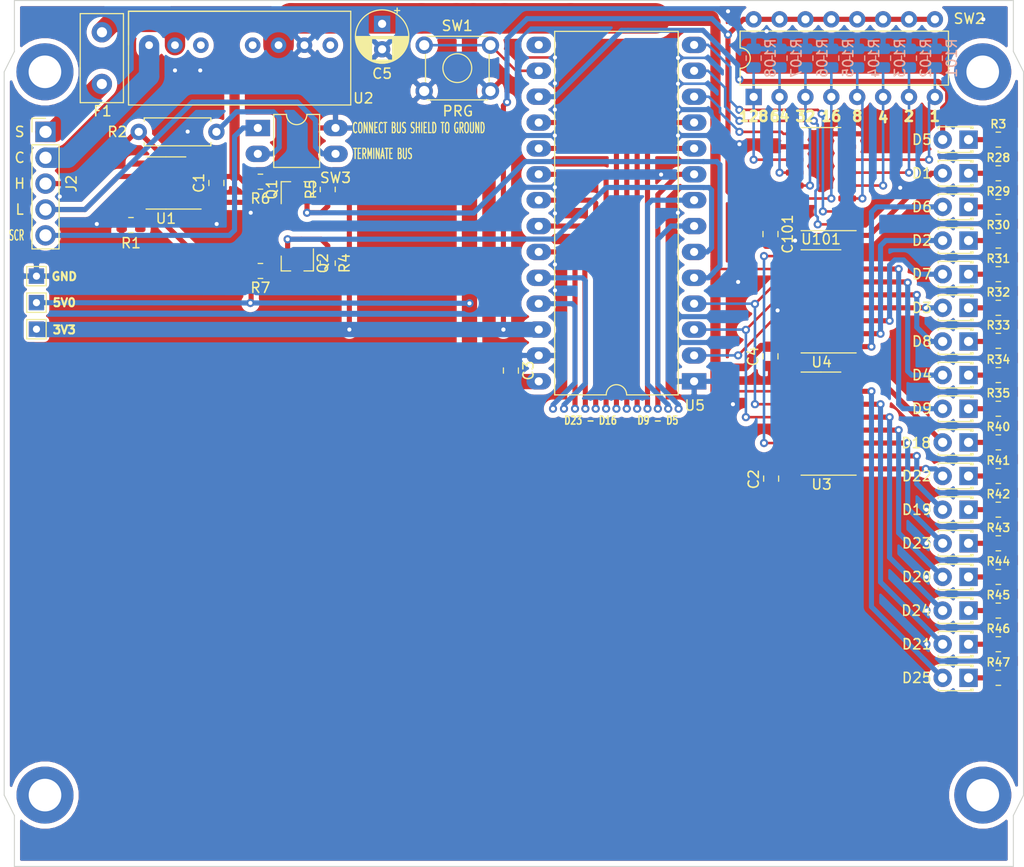
<source format=kicad_pcb>
(kicad_pcb (version 20171130) (host pcbnew "(5.1.9-0-10_14)")
  (title_block (title "SIM108 - NMEA 2000 Switch Input Module") (date 2020-09-16) (rev 221101) (company "PDJR <preeve@pdjr.eu>"))
  (layers (0 F.Cu mixed) (31 B.Cu mixed) (35 F.Paste user) (37 F.SilkS user) (38 B.Mask user) (39 F.Mask user) (44 Edge.Cuts user))
  (net 0 "")
  (net 1 GND)
  (net 2 "Net-(F1-Pad2)")
  (net 3 +5V)
  (net 4 /CAN_TX)
  (net 5 /CAN_RX)
  (net 6 "Net-(D1-Pad2)")
  (net 7 "Net-(D1-Pad1)")
  (net 8 "Net-(D2-Pad2)")
  (net 9 "Net-(D2-Pad1)")
  (net 10 "Net-(D3-Pad2)")
  (net 11 "Net-(D3-Pad1)")
  (net 12 "Net-(D4-Pad2)")
  (net 13 "Net-(D4-Pad1)")
  (net 14 "Net-(D5-Pad1)")
  (net 15 "Net-(D6-Pad2)")
  (net 16 "Net-(D6-Pad1)")
  (net 17 "Net-(D7-Pad2)")
  (net 18 "Net-(D7-Pad1)")
  (net 19 "Net-(D8-Pad2)")
  (net 20 "Net-(D8-Pad1)")
  (net 21 "Net-(F1-Pad1)")
  (net 22 "Net-(R1-Pad2)")
  (net 23 /PRG)
  (net 24 "Net-(U1-Pad5)")
  (net 25 "Net-(U5-Pad15)")
  (net 26 "Net-(D9-Pad2)")
  (net 27 "Net-(D9-Pad1)")
  (net 28 "Net-(D18-Pad2)")
  (net 29 "Net-(D18-Pad1)")
  (net 30 "Net-(D19-Pad2)")
  (net 31 "Net-(D19-Pad1)")
  (net 32 "Net-(D20-Pad2)")
  (net 33 "Net-(D20-Pad1)")
  (net 34 "Net-(D21-Pad2)")
  (net 35 "Net-(D21-Pad1)")
  (net 36 "Net-(D22-Pad2)")
  (net 37 "Net-(D22-Pad1)")
  (net 38 "Net-(D23-Pad2)")
  (net 39 "Net-(D23-Pad1)")
  (net 40 "Net-(D24-Pad2)")
  (net 41 "Net-(D24-Pad1)")
  (net 42 "Net-(D25-Pad2)")
  (net 43 "Net-(D25-Pad1)")
  (net 44 "Net-(U3-Pad9)")
  (net 45 "Net-(J2-Pad3)")
  (net 46 "Net-(J2-Pad2)")
  (net 47 +3V3)
  (net 48 /D23)
  (net 49 /D22)
  (net 50 /D21)
  (net 51 /D20)
  (net 52 /D19)
  (net 53 /D18)
  (net 54 /D17)
  (net 55 /D16)
  (net 56 /LED_LATCH)
  (net 57 /LED_CLOCK)
  (net 58 /LED_DATA)
  (net 59 /D8)
  (net 60 /D7)
  (net 61 /D6)
  (net 62 /D5)
  (net 63 /INSTANCE_Q7)
  (net 64 "Net-(U101-Pad7)")
  (net 65 /INSTANCE_CP)
  (net 66 /INSTANCE_PL)
  (net 67 "Net-(J2-Pad5)")
  (net 68 "Net-(J2-Pad4)")
  (net 69 "Net-(R2-Pad2)")
  (net 70 "Net-(D5-Pad2)")
  (net 71 /D9)
  (net 72 "Net-(Q1-Pad3)")
  (net 73 "Net-(Q2-Pad3)")
  (net 74 "Net-(R101-Pad1)")
  (net 75 "Net-(R102-Pad1)")
  (net 76 "Net-(R103-Pad1)")
  (net 77 "Net-(R104-Pad1)")
  (net 78 "Net-(R105-Pad1)")
  (net 79 "Net-(R106-Pad1)")
  (net 80 "Net-(R107-Pad1)")
  (net 81 "Net-(R108-Pad1)")
  (net 82 "Net-(U3-Pad14)")
  (module Resistor_SMD:R_0805_2012Metric (layer F.Cu) (at 45.136 46.5455 180)
    (fp_text reference R7 (at 0 -1.65) (layer F.SilkS))
    (fp_text value "10K 0.125W")
    (pad 2 smd roundrect (at 0.9125 0 180) (size 1.025 1.4) (layers F.Cu F.Paste F.Mask) (roundrect_rratio 0.243902) (net 3 +5V))
    (pad 1 smd roundrect (at -0.9125 0 180) (size 1.025 1.4) (layers F.Cu F.Paste F.Mask) (roundrect_rratio 0.243902) (net 73 "Net-(Q2-Pad3)"))
  )
  (module Resistor_SMD:R_0805_2012Metric (layer F.Cu) (at 45.136 37.7825 180)
    (fp_text reference R6 (at 0 -1.65) (layer F.SilkS))
    (fp_text value "10K 0.125W")
    (pad 2 smd roundrect (at 0.9125 0 180) (size 1.025 1.4) (layers F.Cu F.Paste F.Mask) (roundrect_rratio 0.243902) (net 3 +5V))
    (pad 1 smd roundrect (at -0.9125 0 180) (size 1.025 1.4) (layers F.Cu F.Paste F.Mask) (roundrect_rratio 0.243902) (net 72 "Net-(Q1-Pad3)"))
  )
  (module Resistor_SMD:R_0805_2012Metric (layer F.Cu) (at 51.74 38.5445 90)
    (fp_text reference R5 (at 0 -1.65 90) (layer F.SilkS))
    (fp_text value "10K 0.125W")
    (pad 2 smd roundrect (at 0.9125 0 90) (size 1.025 1.4) (layers F.Cu F.Paste F.Mask) (roundrect_rratio 0.243902) (net 47 +3V3))
    (pad 1 smd roundrect (at -0.9125 0 90) (size 1.025 1.4) (layers F.Cu F.Paste F.Mask) (roundrect_rratio 0.243902) (net 4 /CAN_TX))
  )
  (module Resistor_SMD:R_0805_2012Metric (layer F.Cu) (at 51.74 45.7835 270)
    (fp_text reference R4 (at 0 -1.65 90) (layer F.SilkS))
    (fp_text value "10K 0.125W")
    (pad 2 smd roundrect (at 0.9125 0 270) (size 1.025 1.4) (layers F.Cu F.Paste F.Mask) (roundrect_rratio 0.243902) (net 47 +3V3))
    (pad 1 smd roundrect (at -0.9125 0 270) (size 1.025 1.4) (layers F.Cu F.Paste F.Mask) (roundrect_rratio 0.243902) (net 5 /CAN_RX))
  )
  (module Package_TO_SOT_SMD:SOT-23 (layer F.Cu) (at 48.7555 45.7835 270)
    (fp_text reference Q2 (at 0 -2.5 90) (layer F.SilkS))
    (fp_text value BSS138)
    (pad 3 smd rect (at 1 0 270) (size 0.9 0.8) (layers F.Cu F.Paste F.Mask) (net 73 "Net-(Q2-Pad3)"))
    (pad 2 smd rect (at -1 0.95 270) (size 0.9 0.8) (layers F.Cu F.Paste F.Mask) (net 5 /CAN_RX))
    (pad 1 smd rect (at -1 -0.95 270) (size 0.9 0.8) (layers F.Cu F.Paste F.Mask) (net 47 +3V3))
  )
  (module Package_TO_SOT_SMD:SOT-23 (layer F.Cu) (at 48.7555 38.5445 90)
    (fp_text reference Q1 (at 0 -2.5 90) (layer F.SilkS))
    (fp_text value BSS138)
    (pad 3 smd rect (at 1 0 90) (size 0.9 0.8) (layers F.Cu F.Paste F.Mask) (net 72 "Net-(Q1-Pad3)"))
    (pad 2 smd rect (at -1 0.95 90) (size 0.9 0.8) (layers F.Cu F.Paste F.Mask) (net 4 /CAN_TX))
    (pad 1 smd rect (at -1 -0.95 90) (size 0.9 0.8) (layers F.Cu F.Paste F.Mask) (net 47 +3V3))
  )
  (module Package_DIP:DIP-16_W7.62mm (layer F.Cu) (at 93.523 29.464 90)
    (fp_text reference SW2 (at 7.6835 21.1455 180) (layer F.SilkS))
    (fp_text value INSTANCE hide)
    (pad 16 thru_hole oval (at 7.62 0 90) (size 1.6 1.6) (drill 0.8) (layers *.Cu *.Mask) (net 47 +3V3))
    (pad 8 thru_hole oval (at 0 17.78 90) (size 1.6 1.6) (drill 0.8) (layers *.Cu *.Mask) (net 74 "Net-(R101-Pad1)"))
    (pad 15 thru_hole oval (at 7.62 2.54 90) (size 1.6 1.6) (drill 0.8) (layers *.Cu *.Mask) (net 47 +3V3))
    (pad 7 thru_hole oval (at 0 15.24 90) (size 1.6 1.6) (drill 0.8) (layers *.Cu *.Mask) (net 75 "Net-(R102-Pad1)"))
    (pad 14 thru_hole oval (at 7.62 5.08 90) (size 1.6 1.6) (drill 0.8) (layers *.Cu *.Mask) (net 47 +3V3))
    (pad 6 thru_hole oval (at 0 12.7 90) (size 1.6 1.6) (drill 0.8) (layers *.Cu *.Mask) (net 76 "Net-(R103-Pad1)"))
    (pad 13 thru_hole oval (at 7.62 7.62 90) (size 1.6 1.6) (drill 0.8) (layers *.Cu *.Mask) (net 47 +3V3))
    (pad 5 thru_hole oval (at 0 10.16 90) (size 1.6 1.6) (drill 0.8) (layers *.Cu *.Mask) (net 77 "Net-(R104-Pad1)"))
    (pad 12 thru_hole oval (at 7.62 10.16 90) (size 1.6 1.6) (drill 0.8) (layers *.Cu *.Mask) (net 47 +3V3))
    (pad 4 thru_hole oval (at 0 7.62 90) (size 1.6 1.6) (drill 0.8) (layers *.Cu *.Mask) (net 78 "Net-(R105-Pad1)"))
    (pad 11 thru_hole oval (at 7.62 12.7 90) (size 1.6 1.6) (drill 0.8) (layers *.Cu *.Mask) (net 47 +3V3))
    (pad 3 thru_hole oval (at 0 5.08 90) (size 1.6 1.6) (drill 0.8) (layers *.Cu *.Mask) (net 79 "Net-(R106-Pad1)"))
    (pad 10 thru_hole oval (at 7.62 15.24 90) (size 1.6 1.6) (drill 0.8) (layers *.Cu *.Mask) (net 47 +3V3))
    (pad 2 thru_hole oval (at 0 2.54 90) (size 1.6 1.6) (drill 0.8) (layers *.Cu *.Mask) (net 80 "Net-(R107-Pad1)"))
    (pad 9 thru_hole oval (at 7.62 17.78 90) (size 1.6 1.6) (drill 0.8) (layers *.Cu *.Mask) (net 47 +3V3))
    (pad 1 thru_hole rect (at 0 0 90) (size 1.6 1.6) (drill 0.8) (layers *.Cu *.Mask) (net 81 "Net-(R108-Pad1)"))
  )
  (module Capacitor_SMD:C_0805_2012Metric (layer F.Cu) (at 95.174 54.9275 270)
    (fp_text reference C4 (at 0.0025 1.7145 270) (layer F.SilkS))
    (fp_text value 100nF)
    (pad 2 smd roundrect (at 0.95 0 270) (size 1 1.45) (layers F.Cu F.Paste F.Mask) (net 1 GND))
    (pad 1 smd roundrect (at -0.95 0 270) (size 1 1.45) (layers F.Cu F.Paste F.Mask) (net 3 +5V))
  )
  (module Package_SO:SO-16_3.9x9.9mm_P1.27mm (layer F.Cu) (at 100.127 49.53 180)
    (fp_text reference U4 (at -0.0635 -5.969 180) (layer F.SilkS))
    (fp_text value 74HCT595)
    (pad 16 smd roundrect (at 2.575 -4.445 180) (size 1.75 0.6) (layers F.Cu F.Paste F.Mask) (net 3 +5V))
    (pad 15 smd roundrect (at 2.575 -3.175 180) (size 1.75 0.6) (layers F.Cu F.Paste F.Mask) (net 6 "Net-(D1-Pad2)"))
    (pad 14 smd roundrect (at 2.575 -1.905 180) (size 1.75 0.6) (layers F.Cu F.Paste F.Mask) (net 58 /LED_DATA))
    (pad 13 smd roundrect (at 2.575 -0.635 180) (size 1.75 0.6) (layers F.Cu F.Paste F.Mask) (net 1 GND))
    (pad 12 smd roundrect (at 2.575 0.635 180) (size 1.75 0.6) (layers F.Cu F.Paste F.Mask) (net 56 /LED_LATCH))
    (pad 11 smd roundrect (at 2.575 1.905 180) (size 1.75 0.6) (layers F.Cu F.Paste F.Mask) (net 57 /LED_CLOCK))
    (pad 10 smd roundrect (at 2.575 3.175 180) (size 1.75 0.6) (layers F.Cu F.Paste F.Mask) (net 3 +5V))
    (pad 9 smd roundrect (at 2.575 4.445 180) (size 1.75 0.6) (layers F.Cu F.Paste F.Mask) (net 82 "Net-(U3-Pad14)"))
    (pad 8 smd roundrect (at -2.575 4.445 180) (size 1.75 0.6) (layers F.Cu F.Paste F.Mask) (net 1 GND))
    (pad 7 smd roundrect (at -2.575 3.175 180) (size 1.75 0.6) (layers F.Cu F.Paste F.Mask) (net 26 "Net-(D9-Pad2)"))
    (pad 6 smd roundrect (at -2.575 1.905 180) (size 1.75 0.6) (layers F.Cu F.Paste F.Mask) (net 12 "Net-(D4-Pad2)"))
    (pad 5 smd roundrect (at -2.575 0.635 180) (size 1.75 0.6) (layers F.Cu F.Paste F.Mask) (net 19 "Net-(D8-Pad2)"))
    (pad 4 smd roundrect (at -2.575 -0.635 180) (size 1.75 0.6) (layers F.Cu F.Paste F.Mask) (net 10 "Net-(D3-Pad2)"))
    (pad 3 smd roundrect (at -2.575 -1.905 180) (size 1.75 0.6) (layers F.Cu F.Paste F.Mask) (net 17 "Net-(D7-Pad2)"))
    (pad 2 smd roundrect (at -2.575 -3.175 180) (size 1.75 0.6) (layers F.Cu F.Paste F.Mask) (net 8 "Net-(D2-Pad2)"))
    (pad 1 smd roundrect (at -2.575 -4.445 180) (size 1.75 0.6) (layers F.Cu F.Paste F.Mask) (net 15 "Net-(D6-Pad2)"))
  )
  (module Package_SO:SO-16_3.9x9.9mm_P1.27mm (layer F.Cu) (at 100.127 37.5285 180)
    (fp_text reference U101 (at 0 -5.9) (layer F.SilkS))
    (fp_text value 74HC165)
    (pad 16 smd roundrect (at 2.575 -4.445 180) (size 1.75 0.6) (layers F.Cu F.Paste F.Mask) (net 47 +3V3))
    (pad 15 smd roundrect (at 2.575 -3.175 180) (size 1.75 0.6) (layers F.Cu F.Paste F.Mask) (net 1 GND))
    (pad 14 smd roundrect (at 2.575 -1.905 180) (size 1.75 0.6) (layers F.Cu F.Paste F.Mask) (net 78 "Net-(R105-Pad1)"))
    (pad 13 smd roundrect (at 2.575 -0.635 180) (size 1.75 0.6) (layers F.Cu F.Paste F.Mask) (net 79 "Net-(R106-Pad1)"))
    (pad 12 smd roundrect (at 2.575 0.635 180) (size 1.75 0.6) (layers F.Cu F.Paste F.Mask) (net 80 "Net-(R107-Pad1)"))
    (pad 11 smd roundrect (at 2.575 1.905 180) (size 1.75 0.6) (layers F.Cu F.Paste F.Mask) (net 81 "Net-(R108-Pad1)"))
    (pad 10 smd roundrect (at 2.575 3.175 180) (size 1.75 0.6) (layers F.Cu F.Paste F.Mask) (net 1 GND))
    (pad 9 smd roundrect (at 2.575 4.445 180) (size 1.75 0.6) (layers F.Cu F.Paste F.Mask) (net 63 /INSTANCE_Q7))
    (pad 8 smd roundrect (at -2.575 4.445 180) (size 1.75 0.6) (layers F.Cu F.Paste F.Mask) (net 1 GND))
    (pad 7 smd roundrect (at -2.575 3.175 180) (size 1.75 0.6) (layers F.Cu F.Paste F.Mask) (net 64 "Net-(U101-Pad7)"))
    (pad 6 smd roundrect (at -2.575 1.905 180) (size 1.75 0.6) (layers F.Cu F.Paste F.Mask) (net 74 "Net-(R101-Pad1)"))
    (pad 5 smd roundrect (at -2.575 0.635 180) (size 1.75 0.6) (layers F.Cu F.Paste F.Mask) (net 75 "Net-(R102-Pad1)"))
    (pad 4 smd roundrect (at -2.575 -0.635 180) (size 1.75 0.6) (layers F.Cu F.Paste F.Mask) (net 76 "Net-(R103-Pad1)"))
    (pad 3 smd roundrect (at -2.575 -1.905 180) (size 1.75 0.6) (layers F.Cu F.Paste F.Mask) (net 77 "Net-(R104-Pad1)"))
    (pad 2 smd roundrect (at -2.575 -3.175 180) (size 1.75 0.6) (layers F.Cu F.Paste F.Mask) (net 65 /INSTANCE_CP))
    (pad 1 smd roundrect (at -2.575 -4.445 180) (size 1.75 0.6) (layers F.Cu F.Paste F.Mask) (net 66 /INSTANCE_PL))
  )
  (module Resistor_SMD:R_0805_2012Metric (layer B.Cu) (at 93.523 25.654 90)
    (fp_text reference R108 (at 0 1.65 270) (layer B.SilkS) (effects (justify mirror)))
    (fp_text value "4K7 0.125W")
    (pad 2 smd roundrect (at 0.9125 0 90) (size 1.025 1.4) (layers B.Cu B.Paste B.Mask) (roundrect_rratio 0.243902) (net 1 GND))
    (pad 1 smd roundrect (at -0.9125 0 90) (size 1.025 1.4) (layers B.Cu B.Paste B.Mask) (roundrect_rratio 0.243902) (net 81 "Net-(R108-Pad1)"))
  )
  (module Resistor_SMD:R_0805_2012Metric (layer B.Cu) (at 96.063 25.654 90)
    (fp_text reference R107 (at 0 1.65 270) (layer B.SilkS) (effects (justify mirror)))
    (fp_text value "4K7 0.125W")
    (pad 2 smd roundrect (at 0.9125 0 90) (size 1.025 1.4) (layers B.Cu B.Paste B.Mask) (roundrect_rratio 0.243902) (net 1 GND))
    (pad 1 smd roundrect (at -0.9125 0 90) (size 1.025 1.4) (layers B.Cu B.Paste B.Mask) (roundrect_rratio 0.243902) (net 80 "Net-(R107-Pad1)"))
  )
  (module Resistor_SMD:R_0805_2012Metric (layer B.Cu) (at 98.603 25.654 90)
    (fp_text reference R106 (at 0 1.65 270) (layer B.SilkS) (effects (justify mirror)))
    (fp_text value "4K7 0.125W")
    (pad 2 smd roundrect (at 0.9125 0 90) (size 1.025 1.4) (layers B.Cu B.Paste B.Mask) (roundrect_rratio 0.243902) (net 1 GND))
    (pad 1 smd roundrect (at -0.9125 0 90) (size 1.025 1.4) (layers B.Cu B.Paste B.Mask) (roundrect_rratio 0.243902) (net 79 "Net-(R106-Pad1)"))
  )
  (module Resistor_SMD:R_0805_2012Metric (layer B.Cu) (at 101.143 25.654 90)
    (fp_text reference R105 (at 0 1.65 270) (layer B.SilkS) (effects (justify mirror)))
    (fp_text value "4K7 0.125W")
    (pad 2 smd roundrect (at 0.9125 0 90) (size 1.025 1.4) (layers B.Cu B.Paste B.Mask) (roundrect_rratio 0.243902) (net 1 GND))
    (pad 1 smd roundrect (at -0.9125 0 90) (size 1.025 1.4) (layers B.Cu B.Paste B.Mask) (roundrect_rratio 0.243902) (net 78 "Net-(R105-Pad1)"))
  )
  (module Resistor_SMD:R_0805_2012Metric (layer B.Cu) (at 103.683 25.654 90)
    (fp_text reference R104 (at 0 1.65 270) (layer B.SilkS) (effects (justify mirror)))
    (fp_text value "4K7 0.125W")
    (pad 2 smd roundrect (at 0.9125 0 90) (size 1.025 1.4) (layers B.Cu B.Paste B.Mask) (roundrect_rratio 0.243902) (net 1 GND))
    (pad 1 smd roundrect (at -0.9125 0 90) (size 1.025 1.4) (layers B.Cu B.Paste B.Mask) (roundrect_rratio 0.243902) (net 77 "Net-(R104-Pad1)"))
  )
  (module Resistor_SMD:R_0805_2012Metric (layer B.Cu) (at 106.223 25.654 90)
    (fp_text reference R103 (at 0 1.65 270) (layer B.SilkS) (effects (justify mirror)))
    (fp_text value "4K7 0.125W")
    (pad 2 smd roundrect (at 0.9125 0 90) (size 1.025 1.4) (layers B.Cu B.Paste B.Mask) (roundrect_rratio 0.243902) (net 1 GND))
    (pad 1 smd roundrect (at -0.9125 0 90) (size 1.025 1.4) (layers B.Cu B.Paste B.Mask) (roundrect_rratio 0.243902) (net 76 "Net-(R103-Pad1)"))
  )
  (module Resistor_SMD:R_0805_2012Metric (layer B.Cu) (at 108.763 25.654 90)
    (fp_text reference R102 (at 0 1.65 270) (layer B.SilkS) (effects (justify mirror)))
    (fp_text value "4K7 0.125W")
    (pad 2 smd roundrect (at 0.9125 0 90) (size 1.025 1.4) (layers B.Cu B.Paste B.Mask) (roundrect_rratio 0.243902) (net 1 GND))
    (pad 1 smd roundrect (at -0.9125 0 90) (size 1.025 1.4) (layers B.Cu B.Paste B.Mask) (roundrect_rratio 0.243902) (net 75 "Net-(R102-Pad1)"))
  )
  (module Resistor_SMD:R_0805_2012Metric (layer B.Cu) (at 111.303 25.654 90)
    (fp_text reference R101 (at 0 1.65 270) (layer B.SilkS) (effects (justify mirror)))
    (fp_text value "4K7 0.125W")
    (pad 2 smd roundrect (at 0.9125 0 90) (size 1.025 1.4) (layers B.Cu B.Paste B.Mask) (roundrect_rratio 0.243902) (net 1 GND))
    (pad 1 smd roundrect (at -0.9125 0 90) (size 1.025 1.4) (layers B.Cu B.Paste B.Mask) (roundrect_rratio 0.243902) (net 74 "Net-(R101-Pad1)"))
  )
  (module Capacitor_SMD:C_0805_2012Metric (layer F.Cu) (at 95.174 42.926 270)
    (fp_text reference C101 (at 0 -1.68 90) (layer F.SilkS))
    (fp_text value 100nF)
    (pad 2 smd roundrect (at 0.95 0 270) (size 1 1.45) (layers F.Cu F.Paste F.Mask) (net 1 GND))
    (pad 1 smd roundrect (at -0.95 0 270) (size 1 1.45) (layers F.Cu F.Paste F.Mask) (net 47 +3V3))
  )
  (module TestPoint:TestPoint_THTPad_1.5x1.5mm_Drill0.7mm (layer F.Cu) (at 23.165 52.2605)
    (fp_text reference "TEST 5V0" hide)
    (fp_text value TestPoint_THTPad_1.5x1.5mm_Drill0.7mm)
    (pad 1 thru_hole rect (at 0 0) (size 1.5 1.5) (drill 0.7) (layers *.Cu *.Mask) (net 47 +3V3))
  )
  (module PDJR_DC-DC_Converters:TMR_2411 (layer F.Cu) (at 34.214 24.384)
    (fp_text reference U2 (at 21.0185 5.207) (layer F.SilkS))
    (fp_text value TMR-2-2411)
    (pad 1 thru_hole roundrect (at 0 0) (size 1.524 1.524) (drill 0.762) (layers *.Cu *.Mask) (net 46 "Net-(J2-Pad2)"))
    (pad 2 thru_hole circle (at 2.54 0) (size 1.524 1.524) (drill 0.762) (layers *.Cu *.Mask) (net 2 "Net-(F1-Pad2)"))
    (pad 3 thru_hole circle (at 5.08 0) (size 1.524 1.524) (drill 0.762) (layers *.Cu *.Mask))
    (pad 5 thru_hole circle (at 10.16 0) (size 1.524 1.524) (drill 0.762) (layers *.Cu *.Mask))
    (pad 6 thru_hole circle (at 12.7 0) (size 1.524 1.524) (drill 0.762) (layers *.Cu *.Mask) (net 3 +5V))
    (pad 7 thru_hole circle (at 15.24 0) (size 1.524 1.524) (drill 0.762) (layers *.Cu *.Mask) (net 1 GND))
    (pad 8 thru_hole circle (at 17.78 0) (size 1.524 1.524) (drill 0.762) (layers *.Cu *.Mask))
  )
  (module TestPoint:TestPoint_THTPad_1.5x1.5mm_Drill0.7mm (layer F.Cu) (at 23.165 47.0535)
    (fp_text reference REF** hide)
    (fp_text value TestPoint_THTPad_1.5x1.5mm_Drill0.7mm)
    (pad 1 thru_hole rect (at 0 0) (size 1.5 1.5) (drill 0.7) (layers *.Cu *.Mask) (net 1 GND))
  )
  (module TestPoint:TestPoint_THTPad_1.5x1.5mm_Drill0.7mm (layer F.Cu) (at 23.165 49.657)
    (fp_text reference "TEST 5V0" hide)
    (fp_text value TestPoint_THTPad_1.5x1.5mm_Drill0.7mm)
    (pad 1 thru_hole rect (at 0 0) (size 1.5 1.5) (drill 0.7) (layers *.Cu *.Mask) (net 3 +5V))
  )
  (module Capacitor_THT:CP_Radial_D5.0mm_P2.50mm (layer F.Cu) (at 57.074 22.2885 270)
    (fp_text reference C5 (at 4.8895 0 180) (layer F.SilkS))
    (fp_text value 100nF)
    (pad 2 thru_hole circle (at 2.5 0 270) (size 1.6 1.6) (drill 0.8) (layers *.Cu *.Mask) (net 1 GND))
    (pad 1 thru_hole rect (at 0 0 270) (size 1.6 1.6) (drill 0.8) (layers *.Cu *.Mask) (net 3 +5V))
  )
  (module Capacitor_SMD:C_0805_2012Metric (layer F.Cu) (at 69.7105 56.3245 90)
    (fp_text reference C3 (at 0 1.7145 270) (layer F.SilkS))
    (fp_text value 100nF)
    (pad 2 smd roundrect (at 0.95 0 90) (size 1 1.45) (layers F.Cu F.Paste F.Mask) (net 1 GND))
    (pad 1 smd roundrect (at -0.95 0 90) (size 1 1.45) (layers F.Cu F.Paste F.Mask) (net 3 +5V))
  )
  (module Capacitor_SMD:C_0805_2012Metric (layer F.Cu) (at 40.818 37.9095 270)
    (fp_text reference C1 (at 0 1.7145 90) (layer F.SilkS))
    (fp_text value 100nF)
    (pad 2 smd roundrect (at 0.95 0 270) (size 1 1.45) (layers F.Cu F.Paste F.Mask) (net 1 GND))
    (pad 1 smd roundrect (at -0.95 0 270) (size 1 1.45) (layers F.Cu F.Paste F.Mask) (net 3 +5V))
  )
  (module Resistor_SMD:R_0805_2012Metric (layer F.Cu) (at 32.436 42.037)
    (fp_text reference R1 (at 0 1.778) (layer F.SilkS))
    (fp_text value "4K7 0.125W")
    (pad 2 smd roundrect (at 0.9125 0) (size 1.025 1.4) (layers F.Cu F.Paste F.Mask) (roundrect_rratio 0.243902) (net 22 "Net-(R1-Pad2)"))
    (pad 1 smd roundrect (at -0.9125 0) (size 1.025 1.4) (layers F.Cu F.Paste F.Mask) (roundrect_rratio 0.243902) (net 1 GND))
  )
  (module Package_SO:SOIC-8_3.9x4.9mm_P1.27mm (layer F.Cu) (at 35.865 37.9095 180)
    (fp_text reference U1 (at 0 -3.4925) (layer F.SilkS))
    (fp_text value MCP2551-I-P)
    (pad 8 smd roundrect (at 2.475 -1.905 180) (size 1.95 0.6) (layers F.Cu F.Paste F.Mask) (net 22 "Net-(R1-Pad2)"))
    (pad 7 smd roundrect (at 2.475 -0.635 180) (size 1.95 0.6) (layers F.Cu F.Paste F.Mask) (net 45 "Net-(J2-Pad3)"))
    (pad 6 smd roundrect (at 2.475 0.635 180) (size 1.95 0.6) (layers F.Cu F.Paste F.Mask) (net 68 "Net-(J2-Pad4)"))
    (pad 5 smd roundrect (at 2.475 1.905 180) (size 1.95 0.6) (layers F.Cu F.Paste F.Mask) (net 24 "Net-(U1-Pad5)"))
    (pad 4 smd roundrect (at -2.475 1.905 180) (size 1.95 0.6) (layers F.Cu F.Paste F.Mask) (net 73 "Net-(Q2-Pad3)"))
    (pad 3 smd roundrect (at -2.475 0.635 180) (size 1.95 0.6) (layers F.Cu F.Paste F.Mask) (net 3 +5V))
    (pad 2 smd roundrect (at -2.475 -0.635 180) (size 1.95 0.6) (layers F.Cu F.Paste F.Mask) (net 1 GND))
    (pad 1 smd roundrect (at -2.475 -1.905 180) (size 1.95 0.6) (layers F.Cu F.Paste F.Mask) (net 72 "Net-(Q1-Pad3)"))
  )
  (module Package_SO:SO-16_3.9x9.9mm_P1.27mm (layer F.Cu) (at 100.127 61.5315 180)
    (fp_text reference U3 (at -0.0635 -5.969) (layer F.SilkS))
    (fp_text value 74HCT595)
    (pad 16 smd roundrect (at 2.575 -4.445 180) (size 1.75 0.6) (layers F.Cu F.Paste F.Mask) (net 3 +5V))
    (pad 15 smd roundrect (at 2.575 -3.175 180) (size 1.75 0.6) (layers F.Cu F.Paste F.Mask) (net 28 "Net-(D18-Pad2)"))
    (pad 14 smd roundrect (at 2.575 -1.905 180) (size 1.75 0.6) (layers F.Cu F.Paste F.Mask) (net 82 "Net-(U3-Pad14)"))
    (pad 13 smd roundrect (at 2.575 -0.635 180) (size 1.75 0.6) (layers F.Cu F.Paste F.Mask) (net 1 GND))
    (pad 12 smd roundrect (at 2.575 0.635 180) (size 1.75 0.6) (layers F.Cu F.Paste F.Mask) (net 56 /LED_LATCH))
    (pad 11 smd roundrect (at 2.575 1.905 180) (size 1.75 0.6) (layers F.Cu F.Paste F.Mask) (net 57 /LED_CLOCK))
    (pad 10 smd roundrect (at 2.575 3.175 180) (size 1.75 0.6) (layers F.Cu F.Paste F.Mask) (net 3 +5V))
    (pad 9 smd roundrect (at 2.575 4.445 180) (size 1.75 0.6) (layers F.Cu F.Paste F.Mask) (net 44 "Net-(U3-Pad9)"))
    (pad 8 smd roundrect (at -2.575 4.445 180) (size 1.75 0.6) (layers F.Cu F.Paste F.Mask) (net 1 GND))
    (pad 7 smd roundrect (at -2.575 3.175 180) (size 1.75 0.6) (layers F.Cu F.Paste F.Mask) (net 42 "Net-(D25-Pad2)"))
    (pad 6 smd roundrect (at -2.575 1.905 180) (size 1.75 0.6) (layers F.Cu F.Paste F.Mask) (net 34 "Net-(D21-Pad2)"))
    (pad 5 smd roundrect (at -2.575 0.635 180) (size 1.75 0.6) (layers F.Cu F.Paste F.Mask) (net 40 "Net-(D24-Pad2)"))
    (pad 4 smd roundrect (at -2.575 -0.635 180) (size 1.75 0.6) (layers F.Cu F.Paste F.Mask) (net 32 "Net-(D20-Pad2)"))
    (pad 3 smd roundrect (at -2.575 -1.905 180) (size 1.75 0.6) (layers F.Cu F.Paste F.Mask) (net 38 "Net-(D23-Pad2)"))
    (pad 2 smd roundrect (at -2.575 -3.175 180) (size 1.75 0.6) (layers F.Cu F.Paste F.Mask) (net 30 "Net-(D19-Pad2)"))
    (pad 1 smd roundrect (at -2.575 -4.445 180) (size 1.75 0.6) (layers F.Cu F.Paste F.Mask) (net 36 "Net-(D22-Pad2)"))
  )
  (module Resistor_SMD:R_0805_2012Metric (layer F.Cu) (at 117.526 86.487)
    (fp_text reference R47 (at 0 -1.524) (layer F.SilkS) (effects (font (size 0.8 0.8))))
    (fp_text value 560R)
    (pad 2 smd roundrect (at 0.9125 0) (size 1.025 1.4) (layers F.Cu F.Paste F.Mask) (roundrect_rratio 0.243902) (net 1 GND))
    (pad 1 smd roundrect (at -0.9125 0) (size 1.025 1.4) (layers F.Cu F.Paste F.Mask) (roundrect_rratio 0.243902) (net 43 "Net-(D25-Pad1)"))
  )
  (module Resistor_SMD:R_0805_2012Metric (layer F.Cu) (at 117.526 83.185)
    (fp_text reference R46 (at 0 -1.524) (layer F.SilkS) (effects (font (size 0.8 0.8))))
    (fp_text value 560R)
    (pad 2 smd roundrect (at 0.9125 0) (size 1.025 1.4) (layers F.Cu F.Paste F.Mask) (roundrect_rratio 0.243902) (net 1 GND))
    (pad 1 smd roundrect (at -0.9125 0) (size 1.025 1.4) (layers F.Cu F.Paste F.Mask) (roundrect_rratio 0.243902) (net 35 "Net-(D21-Pad1)"))
  )
  (module Resistor_SMD:R_0805_2012Metric (layer F.Cu) (at 117.526 79.883)
    (fp_text reference R45 (at 0 -1.524) (layer F.SilkS) (effects (font (size 0.8 0.8))))
    (fp_text value 560R)
    (pad 2 smd roundrect (at 0.9125 0) (size 1.025 1.4) (layers F.Cu F.Paste F.Mask) (roundrect_rratio 0.243902) (net 1 GND))
    (pad 1 smd roundrect (at -0.9125 0) (size 1.025 1.4) (layers F.Cu F.Paste F.Mask) (roundrect_rratio 0.243902) (net 41 "Net-(D24-Pad1)"))
  )
  (module Resistor_SMD:R_0805_2012Metric (layer F.Cu) (at 117.526 76.581)
    (fp_text reference R44 (at 0 -1.524) (layer F.SilkS) (effects (font (size 0.8 0.8))))
    (fp_text value 560R)
    (pad 2 smd roundrect (at 0.9125 0) (size 1.025 1.4) (layers F.Cu F.Paste F.Mask) (roundrect_rratio 0.243902) (net 1 GND))
    (pad 1 smd roundrect (at -0.9125 0) (size 1.025 1.4) (layers F.Cu F.Paste F.Mask) (roundrect_rratio 0.243902) (net 33 "Net-(D20-Pad1)"))
  )
  (module Resistor_SMD:R_0805_2012Metric (layer F.Cu) (at 117.526 73.279)
    (fp_text reference R43 (at 0 -1.524) (layer F.SilkS) (effects (font (size 0.8 0.8))))
    (fp_text value 560R)
    (pad 2 smd roundrect (at 0.9125 0) (size 1.025 1.4) (layers F.Cu F.Paste F.Mask) (roundrect_rratio 0.243902) (net 1 GND))
    (pad 1 smd roundrect (at -0.9125 0) (size 1.025 1.4) (layers F.Cu F.Paste F.Mask) (roundrect_rratio 0.243902) (net 39 "Net-(D23-Pad1)"))
  )
  (module Resistor_SMD:R_0805_2012Metric (layer F.Cu) (at 117.526 69.977)
    (fp_text reference R42 (at 0 -1.524) (layer F.SilkS) (effects (font (size 0.8 0.8))))
    (fp_text value 560R)
    (pad 2 smd roundrect (at 0.9125 0) (size 1.025 1.4) (layers F.Cu F.Paste F.Mask) (roundrect_rratio 0.243902) (net 1 GND))
    (pad 1 smd roundrect (at -0.9125 0) (size 1.025 1.4) (layers F.Cu F.Paste F.Mask) (roundrect_rratio 0.243902) (net 31 "Net-(D19-Pad1)"))
  )
  (module Resistor_SMD:R_0805_2012Metric (layer F.Cu) (at 117.526 66.675)
    (fp_text reference R41 (at 0 -1.524) (layer F.SilkS) (effects (font (size 0.8 0.8))))
    (fp_text value 560R)
    (pad 2 smd roundrect (at 0.9125 0) (size 1.025 1.4) (layers F.Cu F.Paste F.Mask) (roundrect_rratio 0.243902) (net 1 GND))
    (pad 1 smd roundrect (at -0.9125 0) (size 1.025 1.4) (layers F.Cu F.Paste F.Mask) (roundrect_rratio 0.243902) (net 37 "Net-(D22-Pad1)"))
  )
  (module Resistor_SMD:R_0805_2012Metric (layer F.Cu) (at 117.526 63.373)
    (fp_text reference R40 (at 0 -1.524) (layer F.SilkS) (effects (font (size 0.8 0.8))))
    (fp_text value 560R)
    (pad 2 smd roundrect (at 0.9125 0) (size 1.025 1.4) (layers F.Cu F.Paste F.Mask) (roundrect_rratio 0.243902) (net 1 GND))
    (pad 1 smd roundrect (at -0.9125 0) (size 1.025 1.4) (layers F.Cu F.Paste F.Mask) (roundrect_rratio 0.243902) (net 29 "Net-(D18-Pad1)"))
  )
  (module LED_THT:LED_D1.8mm_W3.3mm_H2.4mm (layer F.Cu) (at 114.605 86.487 180)
    (fp_text reference D25 (at 5.08 0) (layer F.SilkS))
    (fp_text value LED hide)
    (pad 2 thru_hole circle (at 2.54 0 180) (size 1.8 1.8) (drill 0.9) (layers *.Cu *.Mask) (net 42 "Net-(D25-Pad2)"))
    (pad 1 thru_hole rect (at 0 0 180) (size 1.8 1.8) (drill 0.9) (layers *.Cu *.Mask) (net 43 "Net-(D25-Pad1)"))
  )
  (module LED_THT:LED_D1.8mm_W3.3mm_H2.4mm (layer F.Cu) (at 114.605 79.883 180)
    (fp_text reference D24 (at 5.1435 0) (layer F.SilkS))
    (fp_text value LED hide)
    (pad 2 thru_hole circle (at 2.54 0 180) (size 1.8 1.8) (drill 0.9) (layers *.Cu *.Mask) (net 40 "Net-(D24-Pad2)"))
    (pad 1 thru_hole rect (at 0 0 180) (size 1.8 1.8) (drill 0.9) (layers *.Cu *.Mask) (net 41 "Net-(D24-Pad1)"))
  )
  (module LED_THT:LED_D1.8mm_W3.3mm_H2.4mm (layer F.Cu) (at 114.605 73.279 180)
    (fp_text reference D23 (at 5.08 0) (layer F.SilkS))
    (fp_text value LED hide)
    (pad 2 thru_hole circle (at 2.54 0 180) (size 1.8 1.8) (drill 0.9) (layers *.Cu *.Mask) (net 38 "Net-(D23-Pad2)"))
    (pad 1 thru_hole rect (at 0 0 180) (size 1.8 1.8) (drill 0.9) (layers *.Cu *.Mask) (net 39 "Net-(D23-Pad1)"))
  )
  (module LED_THT:LED_D1.8mm_W3.3mm_H2.4mm (layer F.Cu) (at 114.605 66.675 180)
    (fp_text reference D22 (at 5.08 0) (layer F.SilkS))
    (fp_text value LED hide)
    (pad 2 thru_hole circle (at 2.54 0 180) (size 1.8 1.8) (drill 0.9) (layers *.Cu *.Mask) (net 36 "Net-(D22-Pad2)"))
    (pad 1 thru_hole rect (at 0 0 180) (size 1.8 1.8) (drill 0.9) (layers *.Cu *.Mask) (net 37 "Net-(D22-Pad1)"))
  )
  (module LED_THT:LED_D1.8mm_W3.3mm_H2.4mm (layer F.Cu) (at 114.605 83.185 180)
    (fp_text reference D21 (at 5.08 0) (layer F.SilkS))
    (fp_text value LED hide)
    (pad 2 thru_hole circle (at 2.54 0 180) (size 1.8 1.8) (drill 0.9) (layers *.Cu *.Mask) (net 34 "Net-(D21-Pad2)"))
    (pad 1 thru_hole rect (at 0 0 180) (size 1.8 1.8) (drill 0.9) (layers *.Cu *.Mask) (net 35 "Net-(D21-Pad1)"))
  )
  (module LED_THT:LED_D1.8mm_W3.3mm_H2.4mm (layer F.Cu) (at 114.605 76.581 180)
    (fp_text reference D20 (at 5.08 0) (layer F.SilkS))
    (fp_text value LED hide)
    (pad 2 thru_hole circle (at 2.54 0 180) (size 1.8 1.8) (drill 0.9) (layers *.Cu *.Mask) (net 32 "Net-(D20-Pad2)"))
    (pad 1 thru_hole rect (at 0 0 180) (size 1.8 1.8) (drill 0.9) (layers *.Cu *.Mask) (net 33 "Net-(D20-Pad1)"))
  )
  (module LED_THT:LED_D1.8mm_W3.3mm_H2.4mm (layer F.Cu) (at 114.605 69.977 180)
    (fp_text reference D19 (at 5.08 0) (layer F.SilkS))
    (fp_text value LED hide)
    (pad 2 thru_hole circle (at 2.54 0 180) (size 1.8 1.8) (drill 0.9) (layers *.Cu *.Mask) (net 30 "Net-(D19-Pad2)"))
    (pad 1 thru_hole rect (at 0 0 180) (size 1.8 1.8) (drill 0.9) (layers *.Cu *.Mask) (net 31 "Net-(D19-Pad1)"))
  )
  (module LED_THT:LED_D1.8mm_W3.3mm_H2.4mm (layer F.Cu) (at 114.605 63.373 180)
    (fp_text reference D18 (at 5.1435 -0.0635) (layer F.SilkS))
    (fp_text value LED hide)
    (pad 2 thru_hole circle (at 2.54 0 180) (size 1.8 1.8) (drill 0.9) (layers *.Cu *.Mask) (net 28 "Net-(D18-Pad2)"))
    (pad 1 thru_hole rect (at 0 0 180) (size 1.8 1.8) (drill 0.9) (layers *.Cu *.Mask) (net 29 "Net-(D18-Pad1)"))
  )
  (module Capacitor_SMD:C_0805_2012Metric (layer F.Cu) (at 95.2375 66.929 270)
    (fp_text reference C2 (at 0.0635 1.7145 270) (layer F.SilkS))
    (fp_text value 100nF)
    (pad 2 smd roundrect (at 0.95 0 270) (size 1 1.45) (layers F.Cu F.Paste F.Mask) (net 1 GND))
    (pad 1 smd roundrect (at -0.95 0 270) (size 1 1.45) (layers F.Cu F.Paste F.Mask) (net 3 +5V))
  )
  (module Resistor_SMD:R_0805_2012Metric (layer F.Cu) (at 117.526 60.071)
    (fp_text reference R35 (at 0 -1.524) (layer F.SilkS) (effects (font (size 0.8 0.8))))
    (fp_text value 560R)
    (pad 2 smd roundrect (at 0.9125 0) (size 1.025 1.4) (layers F.Cu F.Paste F.Mask) (roundrect_rratio 0.243902) (net 1 GND))
    (pad 1 smd roundrect (at -0.9125 0) (size 1.025 1.4) (layers F.Cu F.Paste F.Mask) (roundrect_rratio 0.243902) (net 27 "Net-(D9-Pad1)"))
  )
  (module Resistor_SMD:R_0805_2012Metric (layer F.Cu) (at 117.526 56.769)
    (fp_text reference R34 (at 0 -1.524) (layer F.SilkS) (effects (font (size 0.8 0.8))))
    (fp_text value 560R)
    (pad 2 smd roundrect (at 0.9125 0) (size 1.025 1.4) (layers F.Cu F.Paste F.Mask) (roundrect_rratio 0.243902) (net 1 GND))
    (pad 1 smd roundrect (at -0.9125 0) (size 1.025 1.4) (layers F.Cu F.Paste F.Mask) (roundrect_rratio 0.243902) (net 13 "Net-(D4-Pad1)"))
  )
  (module Resistor_SMD:R_0805_2012Metric (layer F.Cu) (at 117.526 53.4035)
    (fp_text reference R33 (at 0 -1.524) (layer F.SilkS) (effects (font (size 0.8 0.8))))
    (fp_text value 560R)
    (pad 2 smd roundrect (at 0.9125 0) (size 1.025 1.4) (layers F.Cu F.Paste F.Mask) (roundrect_rratio 0.243902) (net 1 GND))
    (pad 1 smd roundrect (at -0.9125 0) (size 1.025 1.4) (layers F.Cu F.Paste F.Mask) (roundrect_rratio 0.243902) (net 20 "Net-(D8-Pad1)"))
  )
  (module Resistor_SMD:R_0805_2012Metric (layer F.Cu) (at 117.526 50.165)
    (fp_text reference R32 (at 0 -1.524) (layer F.SilkS) (effects (font (size 0.8 0.8))))
    (fp_text value 560R)
    (pad 2 smd roundrect (at 0.9125 0) (size 1.025 1.4) (layers F.Cu F.Paste F.Mask) (roundrect_rratio 0.243902) (net 1 GND))
    (pad 1 smd roundrect (at -0.9125 0) (size 1.025 1.4) (layers F.Cu F.Paste F.Mask) (roundrect_rratio 0.243902) (net 11 "Net-(D3-Pad1)"))
  )
  (module Resistor_SMD:R_0805_2012Metric (layer F.Cu) (at 117.526 46.863)
    (fp_text reference R31 (at 0 -1.524) (layer F.SilkS) (effects (font (size 0.8 0.8))))
    (fp_text value 560R)
    (pad 2 smd roundrect (at 0.9125 0) (size 1.025 1.4) (layers F.Cu F.Paste F.Mask) (roundrect_rratio 0.243902) (net 1 GND))
    (pad 1 smd roundrect (at -0.9125 0) (size 1.025 1.4) (layers F.Cu F.Paste F.Mask) (roundrect_rratio 0.243902) (net 18 "Net-(D7-Pad1)"))
  )
  (module Resistor_SMD:R_0805_2012Metric (layer F.Cu) (at 117.526 43.561)
    (fp_text reference R30 (at 0 -1.524) (layer F.SilkS) (effects (font (size 0.8 0.8))))
    (fp_text value 560R)
    (pad 2 smd roundrect (at 0.9125 0) (size 1.025 1.4) (layers F.Cu F.Paste F.Mask) (roundrect_rratio 0.243902) (net 1 GND))
    (pad 1 smd roundrect (at -0.9125 0) (size 1.025 1.4) (layers F.Cu F.Paste F.Mask) (roundrect_rratio 0.243902) (net 9 "Net-(D2-Pad1)"))
  )
  (module Resistor_SMD:R_0805_2012Metric (layer F.Cu) (at 117.526 40.259)
    (fp_text reference R29 (at 0 -1.524) (layer F.SilkS) (effects (font (size 0.8 0.8))))
    (fp_text value 560R)
    (pad 2 smd roundrect (at 0.9125 0) (size 1.025 1.4) (layers F.Cu F.Paste F.Mask) (roundrect_rratio 0.243902) (net 1 GND))
    (pad 1 smd roundrect (at -0.9125 0) (size 1.025 1.4) (layers F.Cu F.Paste F.Mask) (roundrect_rratio 0.243902) (net 16 "Net-(D6-Pad1)"))
  )
  (module Resistor_SMD:R_0805_2012Metric (layer F.Cu) (at 117.526 36.957)
    (fp_text reference R28 (at 0 -1.524) (layer F.SilkS) (effects (font (size 0.8 0.8))))
    (fp_text value 560R)
    (pad 2 smd roundrect (at 0.9125 0) (size 1.025 1.4) (layers F.Cu F.Paste F.Mask) (roundrect_rratio 0.243902) (net 1 GND))
    (pad 1 smd roundrect (at -0.9125 0) (size 1.025 1.4) (layers F.Cu F.Paste F.Mask) (roundrect_rratio 0.243902) (net 7 "Net-(D1-Pad1)"))
  )
  (module Resistor_SMD:R_0805_2012Metric (layer F.Cu) (at 117.526 33.655)
    (fp_text reference R3 (at 0 -1.524) (layer F.SilkS) (effects (font (size 0.8 0.8))))
    (fp_text value 560R)
    (pad 2 smd roundrect (at 0.9125 0) (size 1.025 1.4) (layers F.Cu F.Paste F.Mask) (roundrect_rratio 0.243902) (net 1 GND))
    (pad 1 smd roundrect (at -0.9125 0) (size 1.025 1.4) (layers F.Cu F.Paste F.Mask) (roundrect_rratio 0.243902) (net 14 "Net-(D5-Pad1)"))
  )
  (module Button_Switch_THT:SW_TH_Tactile_Omron_B3F-10xx (layer F.Cu) (at 61.2015 24.384)
    (fp_text reference SW1 (at 3.2385 -1.905) (layer F.SilkS))
    (fp_text value PRG (at 3.302 6.477) (layer F.SilkS))
    (pad 1 thru_hole circle (at 0 0) (size 1.7 1.7) (drill 1) (layers *.Cu *.Mask) (net 23 /PRG))
    (pad 2 thru_hole circle (at 6.5 0) (size 1.7 1.7) (drill 1) (layers *.Cu *.Mask) (net 23 /PRG))
    (pad 3 thru_hole circle (at 0 4.5) (size 1.7 1.7) (drill 1) (layers *.Cu *.Mask) (net 1 GND))
    (pad 4 thru_hole circle (at 6.5 4.5) (size 1.7 1.7) (drill 1) (layers *.Cu *.Mask) (net 1 GND))
  )
  (module MountingHole:MountingHole_3.2mm_M3_DIN965_Pad_TopBottom (layer F.Cu) (at 116.0025 97.994)
    (fp_text reference REF** hide)
    (fp_text value MountingHole_3.2mm_M3_DIN965_Pad_TopBottom)
    (pad 1 thru_hole circle (at 0 0) (size 3.6 3.6) (drill 3.2) (layers *.Cu *.Mask))
    (pad 1 connect circle (at 0 0) (size 5.6 5.6) (layers F.Cu F.Mask))
    (pad 1 connect circle (at 0 0) (size 5.6 5.6) (layers B.Cu B.Mask))
  )
  (module MountingHole:MountingHole_3.2mm_M3_DIN965_Pad_TopBottom (layer F.Cu) (at 24.0025 97.994)
    (fp_text reference REF** hide)
    (fp_text value MountingHole_3.2mm_M3_DIN965_Pad_TopBottom)
    (pad 1 connect circle (at 0 0) (size 5.6 5.6) (layers B.Cu B.Mask))
    (pad 1 connect circle (at 0 0) (size 5.6 5.6) (layers F.Cu F.Mask))
    (pad 1 thru_hole circle (at 0 0) (size 3.6 3.6) (drill 3.2) (layers *.Cu *.Mask))
  )
  (module LED_THT:LED_D1.8mm_W3.3mm_H2.4mm (layer F.Cu) (at 114.605 33.655 180)
    (fp_text reference D5 (at 4.572 0) (layer F.SilkS))
    (fp_text value LED hide)
    (pad 2 thru_hole circle (at 2.54 0 180) (size 1.8 1.8) (drill 0.9) (layers *.Cu *.Mask) (net 70 "Net-(D5-Pad2)"))
    (pad 1 thru_hole rect (at 0 0 180) (size 1.8 1.8) (drill 0.9) (layers *.Cu *.Mask) (net 14 "Net-(D5-Pad1)"))
  )
  (module Resistor_THT:R_Axial_DIN0207_L6.3mm_D2.5mm_P7.62mm_Horizontal (layer F.Cu) (at 33.198 32.893)
    (fp_text reference R2 (at -2.0955 0) (layer F.SilkS))
    (fp_text value "120R 0.5W" hide)
    (pad 2 thru_hole oval (at 7.62 0) (size 1.6 1.6) (drill 0.8) (layers *.Cu *.Mask) (net 69 "Net-(R2-Pad2)"))
    (pad 1 thru_hole circle (at 0 0) (size 1.6 1.6) (drill 0.8) (layers *.Cu *.Mask) (net 45 "Net-(J2-Pad3)"))
  )
  (module Connector_PinHeader_2.54mm:PinHeader_1x05_P2.54mm_Vertical (layer F.Cu) (at 24.054 32.893)
    (fp_text reference J2 (at 2.54 5.08 90) (layer F.SilkS))
    (fp_text value CAN hide)
    (pad 5 thru_hole oval (at 0 10.16) (size 2 2) (drill 1.2) (layers *.Cu *.Mask) (net 67 "Net-(J2-Pad5)"))
    (pad 4 thru_hole oval (at 0 7.62) (size 2 2) (drill 1.2) (layers *.Cu *.Mask) (net 68 "Net-(J2-Pad4)"))
    (pad 3 thru_hole oval (at 0 5.08) (size 2 2) (drill 1.2) (layers *.Cu *.Mask) (net 45 "Net-(J2-Pad3)"))
    (pad 2 thru_hole oval (at 0 2.54) (size 2 2) (drill 1.2) (layers *.Cu *.Mask) (net 46 "Net-(J2-Pad2)"))
    (pad 1 thru_hole rect (at 0 0) (size 2 2) (drill 1.2) (layers *.Cu *.Mask) (net 21 "Net-(F1-Pad1)"))
  )
  (module Package_DIP:DIP-28_W15.24mm_LongPads (layer F.Cu) (at 87.681 57.379 180)
    (fp_text reference U5 (at -0.0635 -2.3745) (layer F.SilkS))
    (fp_text value Teensy_4.0 hide)
    (pad 28 thru_hole oval (at 15.24 0 180) (size 2.4 1.6) (drill 0.8) (layers *.Cu *.Mask) (net 3 +5V))
    (pad 14 thru_hole oval (at 0 33.02 180) (size 2.4 1.6) (drill 0.8) (layers *.Cu *.Mask) (net 65 /INSTANCE_CP))
    (pad 27 thru_hole oval (at 15.24 2.54 180) (size 2.4 1.6) (drill 0.8) (layers *.Cu *.Mask) (net 1 GND))
    (pad 13 thru_hole oval (at 0 30.48 180) (size 2.4 1.6) (drill 0.8) (layers *.Cu *.Mask) (net 66 /INSTANCE_PL))
    (pad 26 thru_hole oval (at 15.24 5.08 180) (size 2.4 1.6) (drill 0.8) (layers *.Cu *.Mask) (net 47 +3V3))
    (pad 12 thru_hole oval (at 0 27.94 180) (size 2.4 1.6) (drill 0.8) (layers *.Cu *.Mask) (net 63 /INSTANCE_Q7))
    (pad 25 thru_hole oval (at 15.24 7.62 180) (size 2.4 1.6) (drill 0.8) (layers *.Cu *.Mask) (net 48 /D23))
    (pad 11 thru_hole oval (at 0 25.4 180) (size 2.4 1.6) (drill 0.8) (layers *.Cu *.Mask) (net 71 /D9))
    (pad 24 thru_hole oval (at 15.24 10.16 180) (size 2.4 1.6) (drill 0.8) (layers *.Cu *.Mask) (net 49 /D22))
    (pad 10 thru_hole oval (at 0 22.86 180) (size 2.4 1.6) (drill 0.8) (layers *.Cu *.Mask) (net 59 /D8))
    (pad 23 thru_hole oval (at 15.24 12.7 180) (size 2.4 1.6) (drill 0.8) (layers *.Cu *.Mask) (net 50 /D21))
    (pad 9 thru_hole oval (at 0 20.32 180) (size 2.4 1.6) (drill 0.8) (layers *.Cu *.Mask) (net 60 /D7))
    (pad 22 thru_hole oval (at 15.24 15.24 180) (size 2.4 1.6) (drill 0.8) (layers *.Cu *.Mask) (net 51 /D20))
    (pad 8 thru_hole oval (at 0 17.78 180) (size 2.4 1.6) (drill 0.8) (layers *.Cu *.Mask) (net 61 /D6))
    (pad 21 thru_hole oval (at 15.24 17.78 180) (size 2.4 1.6) (drill 0.8) (layers *.Cu *.Mask) (net 52 /D19))
    (pad 7 thru_hole oval (at 0 15.24 180) (size 2.4 1.6) (drill 0.8) (layers *.Cu *.Mask) (net 62 /D5))
    (pad 20 thru_hole oval (at 15.24 20.32 180) (size 2.4 1.6) (drill 0.8) (layers *.Cu *.Mask) (net 53 /D18))
    (pad 6 thru_hole oval (at 0 12.7 180) (size 2.4 1.6) (drill 0.8) (layers *.Cu *.Mask) (net 5 /CAN_RX))
    (pad 19 thru_hole oval (at 15.24 22.86 180) (size 2.4 1.6) (drill 0.8) (layers *.Cu *.Mask) (net 54 /D17))
    (pad 5 thru_hole oval (at 0 10.16 180) (size 2.4 1.6) (drill 0.8) (layers *.Cu *.Mask) (net 4 /CAN_TX))
    (pad 18 thru_hole oval (at 15.24 25.4 180) (size 2.4 1.6) (drill 0.8) (layers *.Cu *.Mask) (net 55 /D16))
    (pad 4 thru_hole oval (at 0 7.62 180) (size 2.4 1.6) (drill 0.8) (layers *.Cu *.Mask) (net 57 /LED_CLOCK))
    (pad 17 thru_hole oval (at 15.24 27.94 180) (size 2.4 1.6) (drill 0.8) (layers *.Cu *.Mask) (net 70 "Net-(D5-Pad2)"))
    (pad 3 thru_hole oval (at 0 5.08 180) (size 2.4 1.6) (drill 0.8) (layers *.Cu *.Mask) (net 56 /LED_LATCH))
    (pad 16 thru_hole oval (at 15.24 30.48 180) (size 2.4 1.6) (drill 0.8) (layers *.Cu *.Mask) (net 23 /PRG))
    (pad 2 thru_hole oval (at 0 2.54 180) (size 2.4 1.6) (drill 0.8) (layers *.Cu *.Mask) (net 58 /LED_DATA))
    (pad 15 thru_hole oval (at 15.24 33.02 180) (size 2.4 1.6) (drill 0.8) (layers *.Cu *.Mask) (net 25 "Net-(U5-Pad15)"))
    (pad 1 thru_hole rect (at 0 0 180) (size 2.4 1.6) (drill 0.8) (layers *.Cu *.Mask) (net 1 GND))
  )
  (module LED_THT:LED_D1.8mm_W3.3mm_H2.4mm (layer F.Cu) (at 114.605 60.071 180)
    (fp_text reference D9 (at 4.572 0) (layer F.SilkS))
    (fp_text value LED hide)
    (pad 2 thru_hole circle (at 2.54 0 180) (size 1.8 1.8) (drill 0.9) (layers *.Cu *.Mask) (net 26 "Net-(D9-Pad2)"))
    (pad 1 thru_hole rect (at 0 0 180) (size 1.8 1.8) (drill 0.9) (layers *.Cu *.Mask) (net 27 "Net-(D9-Pad1)"))
  )
  (module LED_THT:LED_D1.8mm_W3.3mm_H2.4mm (layer F.Cu) (at 114.605 56.769 180)
    (fp_text reference D4 (at 4.572 0) (layer F.SilkS))
    (fp_text value LED hide)
    (pad 2 thru_hole circle (at 2.54 0 180) (size 1.8 1.8) (drill 0.9) (layers *.Cu *.Mask) (net 12 "Net-(D4-Pad2)"))
    (pad 1 thru_hole rect (at 0 0 180) (size 1.8 1.8) (drill 0.9) (layers *.Cu *.Mask) (net 13 "Net-(D4-Pad1)"))
  )
  (module LED_THT:LED_D1.8mm_W3.3mm_H2.4mm (layer F.Cu) (at 114.605 53.467 180)
    (fp_text reference D8 (at 4.572 0) (layer F.SilkS))
    (fp_text value LED hide)
    (pad 2 thru_hole circle (at 2.54 0 180) (size 1.8 1.8) (drill 0.9) (layers *.Cu *.Mask) (net 19 "Net-(D8-Pad2)"))
    (pad 1 thru_hole rect (at 0 0 180) (size 1.8 1.8) (drill 0.9) (layers *.Cu *.Mask) (net 20 "Net-(D8-Pad1)"))
  )
  (module LED_THT:LED_D1.8mm_W3.3mm_H2.4mm (layer F.Cu) (at 114.605 50.165 180)
    (fp_text reference D3 (at 4.572 0) (layer F.SilkS))
    (fp_text value LED hide)
    (pad 2 thru_hole circle (at 2.54 0 180) (size 1.8 1.8) (drill 0.9) (layers *.Cu *.Mask) (net 10 "Net-(D3-Pad2)"))
    (pad 1 thru_hole rect (at 0 0 180) (size 1.8 1.8) (drill 0.9) (layers *.Cu *.Mask) (net 11 "Net-(D3-Pad1)"))
  )
  (module Package_DIP:DIP-4_W7.62mm_LongPads (layer F.Cu) (at 44.882 32.512)
    (fp_text reference SW3 (at 7.62 4.8895) (layer F.SilkS))
    (fp_text value BUS hide)
    (pad 4 thru_hole oval (at 7.62 0) (size 2.4 1.6) (drill 0.8) (layers *.Cu *.Mask) (net 1 GND))
    (pad 2 thru_hole oval (at 0 2.54) (size 2.4 1.6) (drill 0.8) (layers *.Cu *.Mask) (net 69 "Net-(R2-Pad2)"))
    (pad 3 thru_hole oval (at 7.62 2.54) (size 2.4 1.6) (drill 0.8) (layers *.Cu *.Mask) (net 68 "Net-(J2-Pad4)"))
    (pad 1 thru_hole rect (at 0 0) (size 2.4 1.6) (drill 0.8) (layers *.Cu *.Mask) (net 67 "Net-(J2-Pad5)"))
  )
  (module MountingHole:MountingHole_3.2mm_M3_DIN965_Pad_TopBottom (layer F.Cu) (at 23.995 26.999)
    (fp_text reference REF** hide)
    (fp_text value MountingHole_3.2mm_M3_DIN965_Pad_TopBottom)
    (pad 1 thru_hole circle (at 0 0) (size 3.6 3.6) (drill 3.2) (layers *.Cu *.Mask))
    (pad 1 connect circle (at 0 0) (size 5.6 5.6) (layers F.Cu F.Mask))
    (pad 1 connect circle (at 0 0) (size 5.6 5.6) (layers B.Cu B.Mask))
  )
  (module MountingHole:MountingHole_3.2mm_M3_DIN965_Pad_TopBottom (layer F.Cu) (at 115.995 26.999)
    (fp_text reference REF** hide)
    (fp_text value MountingHole_3.2mm_M3_DIN965_Pad_TopBottom)
    (pad 1 connect circle (at 0 0) (size 5.6 5.6) (layers B.Cu B.Mask))
    (pad 1 connect circle (at 0 0) (size 5.6 5.6) (layers F.Cu F.Mask))
    (pad 1 thru_hole circle (at 0 0) (size 3.6 3.6) (drill 3.2) (layers *.Cu *.Mask))
  )
  (module LED_THT:LED_D1.8mm_W3.3mm_H2.4mm (layer F.Cu) (at 114.605 46.863 180)
    (fp_text reference D7 (at 4.572 0) (layer F.SilkS))
    (fp_text value LED hide)
    (pad 2 thru_hole circle (at 2.54 0 180) (size 1.8 1.8) (drill 0.9) (layers *.Cu *.Mask) (net 17 "Net-(D7-Pad2)"))
    (pad 1 thru_hole rect (at 0 0 180) (size 1.8 1.8) (drill 0.9) (layers *.Cu *.Mask) (net 18 "Net-(D7-Pad1)"))
  )
  (module LED_THT:LED_D1.8mm_W3.3mm_H2.4mm (layer F.Cu) (at 114.605 43.561 180)
    (fp_text reference D2 (at 4.572 0) (layer F.SilkS))
    (fp_text value LED hide)
    (pad 2 thru_hole circle (at 2.54 0 180) (size 1.8 1.8) (drill 0.9) (layers *.Cu *.Mask) (net 8 "Net-(D2-Pad2)"))
    (pad 1 thru_hole rect (at 0 0 180) (size 1.8 1.8) (drill 0.9) (layers *.Cu *.Mask) (net 9 "Net-(D2-Pad1)"))
  )
  (module LED_THT:LED_D1.8mm_W3.3mm_H2.4mm (layer F.Cu) (at 114.605 40.259 180)
    (fp_text reference D6 (at 4.572 0) (layer F.SilkS))
    (fp_text value LED hide)
    (pad 2 thru_hole circle (at 2.54 0 180) (size 1.8 1.8) (drill 0.9) (layers *.Cu *.Mask) (net 15 "Net-(D6-Pad2)"))
    (pad 1 thru_hole rect (at 0 0 180) (size 1.8 1.8) (drill 0.9) (layers *.Cu *.Mask) (net 16 "Net-(D6-Pad1)"))
  )
  (module LED_THT:LED_D1.8mm_W3.3mm_H2.4mm (layer F.Cu) (at 114.605 36.957 180)
    (fp_text reference D1 (at 4.572 0) (layer F.SilkS))
    (fp_text value LED hide)
    (pad 2 thru_hole circle (at 2.54 0 180) (size 1.8 1.8) (drill 0.9) (layers *.Cu *.Mask) (net 6 "Net-(D1-Pad2)"))
    (pad 1 thru_hole rect (at 0 0 180) (size 1.8 1.8) (drill 0.9) (layers *.Cu *.Mask) (net 7 "Net-(D1-Pad1)"))
  )
  (module Fuse:Fuse_Littelfuse_395Series (layer F.Cu) (at 29.5785 28.194 90)
    (fp_text reference F1 (at -2.667 0.0635) (layer F.SilkS))
    (fp_text value 1A hide)
    (pad 2 thru_hole circle (at 5.08 0.01 90) (size 2 2) (drill 1) (layers *.Cu *.Mask) (net 2 "Net-(F1-Pad2)"))
    (pad 1 thru_hole circle (at 0 0 90) (size 2 2) (drill 1) (layers *.Cu *.Mask) (net 21 "Net-(F1-Pad1)"))
  )
  (gr_text "D9 - D5" (at 84.125 61.214) (layer F.SilkS) (effects (font (size 0.8 0.6))))
  (gr_text "D23 - D16" (at 77.521 61.214) (layer F.SilkS) (effects (font (size 0.8 0.6))))
  (gr_text GND (at 25.8955 47.0916) (layer F.SilkS) (effects (font (size 0.8 0.8) (thickness 0.2))))
  (gr_text 3V3 (at 25.8955 52.324) (layer F.SilkS) (effects (font (size 0.8 0.8) (thickness 0.2))))
  (gr_text 5V0 (at 25.8955 49.657) (layer F.SilkS) (effects (font (size 0.8 0.8) (thickness 0.2))))
  (gr_line (start 119 100) (end 119 105) (layer Edge.Cuts) (width 0.1))
  (gr_line (start 120 98) (end 119 100) (layer Edge.Cuts) (width 0.1))
  (gr_line (start 21 100) (end 21 105) (layer Edge.Cuts) (width 0.1))
  (gr_line (start 20 98) (end 21 100) (layer Edge.Cuts) (width 0.1))
  (gr_line (start 119 25) (end 119 20) (layer Edge.Cuts) (width 0.1))
  (gr_line (start 120 27) (end 119 25) (layer Edge.Cuts) (width 0.1))
  (gr_line (start 21 25) (end 21 20) (layer Edge.Cuts) (width 0.1))
  (gr_line (start 20 27) (end 21 25) (layer Edge.Cuts) (width 0.1))
  (gr_text H (at 21.514 37.973) (layer F.SilkS) (effects (font (size 1 1))))
  (gr_text SCR (at 21.209 43.053) (layer F.SilkS) (effects (font (size 1 0.5) (thickness 0.125))))
  (gr_text L (at 21.514 40.513) (layer F.SilkS) (effects (font (size 1 1))))
  (gr_text S (at 21.514 32.893) (layer F.SilkS) (effects (font (size 1 1))))
  (gr_text C (at 21.514 35.433) (layer F.SilkS) (effects (font (size 1 1))))
  (gr_text 128 (at 93.523 31.369) (layer F.SilkS) (effects (font (size 1 1) (thickness 0.25))))
  (gr_text 64 (at 96.063 31.369) (layer F.SilkS) (effects (font (size 1 1) (thickness 0.25))))
  (gr_text 32 (at 98.603 31.369) (layer F.SilkS) (effects (font (size 1 1) (thickness 0.25))))
  (gr_text 16 (at 101.143 31.369) (layer F.SilkS) (effects (font (size 1 1) (thickness 0.25))))
  (gr_text 8 (at 103.683 31.369) (layer F.SilkS) (effects (font (size 1 1) (thickness 0.25))))
  (gr_text 4 (at 106.223 31.496) (layer F.SilkS) (effects (font (size 1 1) (thickness 0.25))))
  (gr_text 2 (at 108.763 31.369) (layer F.SilkS) (effects (font (size 1 1) (thickness 0.25))))
  (gr_text 1 (at 111.303 31.369) (layer F.SilkS) (effects (font (size 1 1) (thickness 0.25))))
  (gr_text "TERMINATE BUS" (at 54.153 35.052) (layer F.SilkS) (effects (font (size 1 0.5) (thickness 0.125)) (justify left)))
  (gr_text "CONNECT BUS SHIELD TO GROUND" (at 54.0895 32.512) (layer F.SilkS) (effects (font (size 1 0.5) (thickness 0.125)) (justify left)))
  (gr_line (start 21 105) (end 119 105) (layer Edge.Cuts) (width 0.1))
  (gr_line (start 20 98) (end 20 27) (layer Edge.Cuts) (width 0.1))
  (gr_line (start 120 27) (end 120 98) (layer Edge.Cuts) (width 0.1))
  (gr_line (start 21 19.999) (end 119 20) (layer Edge.Cuts) (width 0.1))
  (segment (start 70.9805 25.5905) (end 73.965 25.5905) (width 0.25) (layer F.Cu) (net 1))
  (segment (start 73.965 35.7505) (end 70.9805 35.7505) (width 0.25) (layer F.Cu) (net 1))
  (segment (start 73.965 43.3705) (end 71.9965 43.3705) (width 0.25) (layer F.Cu) (net 1))
  (segment (start 71.9965 43.3705) (end 71.2345 43.3705) (width 0.25) (layer F.Cu) (net 1))
  (segment (start 86.1824 53.5686) (end 88.8748 53.5686) (width 0.5) (layer B.Cu) (net 1))
  (segment (start 86.157 51.0286) (end 88.8748 51.0286) (width 0.5) (layer B.Cu) (net 1))
  (segment (start 70.9932 38.3286) (end 73.8634 38.3286) (width 0.5) (layer B.Cu) (net 1))
  (segment (start 89.0526 33.2486) (end 86.1316 33.2486) (width 0.5) (layer B.Cu) (net 1))
  (segment (start 88.8748 30.7086) (end 86.1316 30.7086) (width 0.5) (layer B.Cu) (net 1))
  (segment (start 72.401 54.879) (end 72.441 54.839) (width 1.5) (layer F.Cu) (net 1))
  (segment (start 87.681 57.379) (end 86.8305 57.379) (width 0.25) (layer B.Cu) (net 1))
  (via (at 44.1835 40.8305) (size 0.8) (drill 0.4) (layers F.Cu B.Cu) (net 1))
  (via (at 39.2305 26.8605) (size 0.8) (drill 0.4) (layers F.Cu B.Cu) (net 1))
  (via (at 36.754 26.8605) (size 0.8) (drill 0.4) (layers F.Cu B.Cu) (net 1))
  (segment (start 40.503 38.5445) (end 40.818 38.8595) (width 0.5) (layer F.Cu) (net 1))
  (segment (start 38.34 38.5445) (end 40.503 38.5445) (width 0.5) (layer F.Cu) (net 1))
  (via (at 97.587 43.561) (size 0.8) (drill 0.4) (layers F.Cu B.Cu) (net 1))
  (via (at 92.126 34.0995) (size 0.8) (drill 0.4) (layers F.Cu B.Cu) (net 1))
  (via (at 91.491 59.6265) (size 0.8) (drill 0.4) (layers F.Cu B.Cu) (net 1))
  (via (at 95.8725 50.419) (size 0.8) (drill 0.4) (layers F.Cu B.Cu) (net 1))
  (via (at 37.9986 32.8676) (size 0.8) (drill 0.4) (layers F.Cu B.Cu) (net 1))
  (via (at 40.8434 41.9354) (size 0.8) (drill 0.4) (layers F.Cu B.Cu) (net 1))
  (via (at 29.0832 41.9354) (size 0.8) (drill 0.4) (layers F.Cu B.Cu) (net 1))
  (via (at 110.4775 79.883) (size 0.8) (drill 0.4) (layers F.Cu B.Cu) (net 1))
  (via (at 110.4775 83.185) (size 0.8) (drill 0.4) (layers F.Cu B.Cu) (net 1))
  (via (at 110.4775 76.581) (size 0.8) (drill 0.4) (layers F.Cu B.Cu) (net 1))
  (via (at 110.4775 73.279) (size 0.8) (drill 0.4) (layers F.Cu B.Cu) (net 1))
  (via (at 110.4775 69.977) (size 0.8) (drill 0.4) (layers F.Cu B.Cu) (net 1))
  (via (at 86.0935 40.8305) (size 0.8) (drill 0.4) (layers F.Cu B.Cu) (net 1))
  (via (at 74.0285 48.4505) (size 0.8) (drill 0.4) (layers F.Cu B.Cu) (net 1))
  (via (at 74.0285 45.9105) (size 0.8) (drill 0.4) (layers F.Cu B.Cu) (net 1))
  (via (at 86.1062 25.6286) (size 0.8) (drill 0.4) (layers F.Cu B.Cu) (net 1))
  (via (at 86.1062 28.1686) (size 0.8) (drill 0.4) (layers F.Cu B.Cu) (net 1))
  (segment (start 73.9904 30.7086) (end 73.9904 30.7086) (width 0.5) (layer B.Cu) (net 1))
  (via (at 74.0158 30.7086) (size 0.8) (drill 0.4) (layers F.Cu B.Cu) (net 1))
  (segment (start 86.1316 30.7086) (end 86.1316 30.7086) (width 0.5) (layer B.Cu) (net 1))
  (via (at 86.1316 30.7086) (size 0.8) (drill 0.4) (layers F.Cu B.Cu) (net 1))
  (segment (start 73.965 33.2486) (end 73.965 33.2486) (width 0.5) (layer B.Cu) (net 1))
  (via (at 74.0158 33.2486) (size 0.8) (drill 0.4) (layers F.Cu B.Cu) (net 1))
  (segment (start 70.9932 33.2486) (end 73.965 33.2486) (width 0.5) (layer B.Cu) (net 1))
  (via (at 74.0158 38.3286) (size 0.8) (drill 0.4) (layers F.Cu B.Cu) (net 1))
  (via (at 86.1062 33.2486) (size 0.8) (drill 0.4) (layers F.Cu B.Cu) (net 1))
  (via (at 91.0084 21.0566) (size 0.8) (drill 0.4) (layers F.Cu B.Cu) (net 1))
  (via (at 94.793 23.0124) (size 0.8) (drill 0.4) (layers F.Cu B.Cu) (net 1))
  (via (at 116.0528 21.844) (size 0.8) (drill 0.4) (layers F.Cu B.Cu) (net 1))
  (via (at 107.8994 38.3794) (size 0.8) (drill 0.4) (layers F.Cu B.Cu) (net 1))
  (via (at 91.999 47.625) (size 0.8) (drill 0.4) (layers F.Cu B.Cu) (net 1))
  (segment (start 86.1062 25.6286) (end 89.1669 25.6286) (width 0.25) (layer B.Cu) (net 1))
  (segment (start 86.1062 28.1686) (end 89.1669 28.1686) (width 0.25) (layer B.Cu) (net 1))
  (via (at 25.451 39.243) (size 0.8) (drill 0.4) (layers F.Cu B.Cu) (net 1))
  (via (at 84.4425 37.084) (size 0.8) (drill 0.4) (layers F.Cu B.Cu) (net 1))
  (via (at 74.0285 25.5905) (size 0.8) (drill 0.4) (layers F.Cu B.Cu) (net 1))
  (via (at 74.0285 28.1305) (size 0.8) (drill 0.4) (layers F.Cu B.Cu) (net 1))
  (via (at 74.0285 40.894) (size 0.8) (drill 0.4) (layers F.Cu B.Cu) (net 1))
  (segment (start 29.5885 23.114) (end 30.6045 22.098) (width 2) (layer F.Cu) (net 2))
  (segment (start 36.754 23.30637) (end 36.754 24.384) (width 2) (layer F.Cu) (net 2))
  (segment (start 35.54563 22.098) (end 36.754 23.30637) (width 2) (layer F.Cu) (net 2))
  (segment (start 30.6045 22.098) (end 35.54563 22.098) (width 2) (layer F.Cu) (net 2))
  (segment (start 74.981 22.31402) (end 75.54601 21.74901) (width 1.5) (layer F.Cu) (net 3))
  (segment (start 69.08199 21.74901) (end 75.54601 21.74901) (width 3) (layer F.Cu) (net 3))
  (segment (start 68.504 22.327) (end 69.08199 21.74901) (width 1.5) (layer F.Cu) (net 3))
  (segment (start 64.694 22.073) (end 64.37001 21.74901) (width 1.5) (layer F.Cu) (net 3))
  (segment (start 60.95399 21.74901) (end 64.37001 21.74901) (width 3) (layer F.Cu) (net 3))
  (segment (start 60.249 22.454) (end 60.95399 21.74901) (width 1.5) (layer F.Cu) (net 3))
  (segment (start 48.12699 21.74901) (end 60.95399 21.74901) (width 3) (layer F.Cu) (net 3))
  (segment (start 75.54601 21.74901) (end 83.87701 21.74901) (width 3) (layer F.Cu) (net 3))
  (segment (start 69.012 21.819) (end 69.08199 21.74901) (width 1.5) (layer F.Cu) (net 3))
  (segment (start 72.416 57.404) (end 72.441 57.379) (width 1.5) (layer F.Cu) (net 3))
  (segment (start 83.87701 21.74901) (end 89.36401 21.74901) (width 1.5) (layer F.Cu) (net 3))
  (segment (start 46.914 22.962276) (end 48.12699 21.749286) (width 3) (layer F.Cu) (net 3))
  (segment (start 46.914 24.384) (end 46.914 22.962276) (width 3) (layer F.Cu) (net 3))
  (segment (start 72.4135 57.4065) (end 72.441 57.379) (width 1.5) (layer F.Cu) (net 3))
  (segment (start 69.5835 57.4065) (end 72.4135 57.4065) (width 1.5) (layer F.Cu) (net 3))
  (segment (start 69.5835 22.25052) (end 69.08199 21.74901) (width 1.5) (layer F.Cu) (net 3))
  (segment (start 95.1765 53.975) (end 95.174 53.9775) (width 0.5) (layer F.Cu) (net 3))
  (segment (start 97.4885 53.975) (end 95.1765 53.975) (width 0.5) (layer F.Cu) (net 3))
  (segment (start 95.24 65.9765) (end 95.2375 65.979) (width 0.5) (layer F.Cu) (net 3))
  (segment (start 97.552 65.9765) (end 95.24 65.9765) (width 0.5) (layer F.Cu) (net 3))
  (segment (start 90.7315 65.979) (end 90.6655 65.913) (width 0.75) (layer F.Cu) (net 3))
  (segment (start 95.2375 65.979) (end 90.7315 65.979) (width 0.75) (layer F.Cu) (net 3))
  (segment (start 97.552 58.3565) (end 90.7925 58.3565) (width 0.25) (layer F.Cu) (net 3))
  (segment (start 69.5835 57.4065) (end 66.411 57.4065) (width 1.5) (layer F.Cu) (net 3))
  (segment (start 66.411 57.4065) (end 65.6465 56.642) (width 1.5) (layer F.Cu) (net 3))
  (segment (start 65.99601 21.74901) (end 69.08199 21.74901) (width 3) (layer F.Cu) (net 3))
  (segment (start 65.6465 22.09852) (end 65.99601 21.74901) (width 1.5) (layer F.Cu) (net 3))
  (segment (start 64.37001 21.74901) (end 65.99601 21.74901) (width 3) (layer F.Cu) (net 3))
  (segment (start 23.165 49.657) (end 44.15213 49.68837) (width 0.5) (layer B.Cu) (net 3))
  (via (at 65.6465 49.7205) (size 0.8) (drill 0.4) (layers F.Cu B.Cu) (net 3))
  (segment (start 43.485 37.7825) (end 44.2235 37.7825) (width 0.5) (layer F.Cu) (net 3))
  (segment (start 42.9745 37.272) (end 43.485 37.7825) (width 0.5) (layer F.Cu) (net 3))
  (segment (start 42.5985 28.6995) (end 43.9295 27.3685) (width 1) (layer F.Cu) (net 3))
  (segment (start 42.5985 37.272) (end 42.5985 28.6995) (width 1) (layer F.Cu) (net 3))
  (segment (start 46.914 24.384) (end 43.9295 27.3685) (width 1) (layer F.Cu) (net 3))
  (segment (start 42.5985 37.272) (end 42.9745 37.272) (width 0.5) (layer F.Cu) (net 3))
  (segment (start 65.6465 42.799) (end 65.6465 22.09852) (width 1.5) (layer F.Cu) (net 3))
  (segment (start 65.6465 56.642) (end 65.6465 42.799) (width 1.5) (layer F.Cu) (net 3))
  (segment (start 44.15213 49.68837) (end 65.6465 49.7205) (width 0.5) (layer B.Cu) (net 3))
  (via (at 44.15213 49.68837) (size 0.8) (drill 0.4) (layers F.Cu B.Cu) (net 3))
  (segment (start 44.2235 49.617) (end 44.15213 49.68837) (width 0.5) (layer F.Cu) (net 3))
  (segment (start 44.2235 46.5455) (end 44.2235 49.617) (width 0.5) (layer F.Cu) (net 3))
  (segment (start 89.36401 21.74901) (end 89.42751 21.74901) (width 1) (layer F.Cu) (net 3))
  (segment (start 89.42751 21.74901) (end 89.7765 22.098) (width 1) (layer F.Cu) (net 3))
  (segment (start 89.7765 22.098) (end 89.7765 31.6865) (width 1) (layer F.Cu) (net 3))
  (segment (start 89.7765 31.6865) (end 89.7765 33.909) (width 1) (layer F.Cu) (net 3))
  (segment (start 90.7925 58.3565) (end 89.7765 58.3565) (width 0.25) (layer F.Cu) (net 3))
  (segment (start 90.0305 56.007) (end 89.7765 55.753) (width 0.75) (layer F.Cu) (net 3))
  (segment (start 92.6975 56.007) (end 90.0305 56.007) (width 0.75) (layer F.Cu) (net 3))
  (segment (start 93.142 55.5625) (end 92.6975 56.007) (width 0.75) (layer F.Cu) (net 3))
  (segment (start 94.2875 53.9775) (end 93.142 55.123) (width 0.75) (layer F.Cu) (net 3))
  (segment (start 95.174 53.9775) (end 94.2875 53.9775) (width 0.75) (layer F.Cu) (net 3))
  (segment (start 93.142 55.123) (end 93.142 55.5625) (width 0.75) (layer F.Cu) (net 3))
  (segment (start 89.7765 55.753) (end 89.7765 58.3565) (width 1) (layer F.Cu) (net 3))
  (segment (start 90.0305 46.355) (end 89.7765 46.101) (width 0.25) (layer F.Cu) (net 3))
  (segment (start 97.552 46.355) (end 90.0305 46.355) (width 0.25) (layer F.Cu) (net 3))
  (segment (start 89.7765 46.101) (end 89.7765 55.753) (width 1) (layer F.Cu) (net 3))
  (segment (start 89.7765 33.909) (end 89.7765 46.101) (width 1) (layer F.Cu) (net 3))
  (segment (start 89.7765 65.024) (end 90.7315 65.979) (width 0.75) (layer F.Cu) (net 3))
  (segment (start 89.7765 58.3565) (end 89.7765 65.024) (width 0.75) (layer F.Cu) (net 3))
  (segment (start 40.503 37.2745) (end 40.818 36.9595) (width 0.5) (layer F.Cu) (net 3))
  (segment (start 38.34 37.2745) (end 40.503 37.2745) (width 0.5) (layer F.Cu) (net 3))
  (segment (start 41.1305 37.272) (end 40.818 36.9595) (width 0.5) (layer F.Cu) (net 3))
  (segment (start 42.5985 37.272) (end 41.1305 37.272) (width 0.5) (layer F.Cu) (net 3))
  (segment (start 49.7055 39.5445) (end 49.764 39.5445) (width 0.5) (layer F.Cu) (net 4))
  (segment (start 89.078 47.219) (end 87.681 47.219) (width 0.5) (layer B.Cu) (net 4))
  (segment (start 89.586 46.711) (end 89.078 47.219) (width 0.5) (layer B.Cu) (net 4))
  (segment (start 89.586 46.6725) (end 89.586 46.711) (width 0.5) (layer B.Cu) (net 4))
  (segment (start 79.126364 35.80899) (end 88.598771 35.80899) (width 0.5) (layer B.Cu) (net 4))
  (segment (start 90.221 46.0375) (end 89.586 46.6725) (width 0.5) (layer B.Cu) (net 4))
  (segment (start 89.9035 35.8013) (end 89.9035 35.814) (width 0.5) (layer B.Cu) (net 4))
  (segment (start 89.8908 35.814) (end 89.9035 35.8013) (width 0.5) (layer B.Cu) (net 4))
  (segment (start 88.603781 35.814) (end 89.8908 35.814) (width 0.5) (layer B.Cu) (net 4))
  (segment (start 88.598771 35.80899) (end 88.603781 35.814) (width 0.5) (layer B.Cu) (net 4))
  (segment (start 90.221 36.1315) (end 90.221 46.0375) (width 0.5) (layer B.Cu) (net 4))
  (segment (start 89.9035 35.814) (end 90.221 36.1315) (width 0.5) (layer B.Cu) (net 4))
  (via (at 49.708 40.8305) (size 0.8) (drill 0.4) (layers F.Cu B.Cu) (net 4))
  (segment (start 49.708 39.547) (end 49.7055 39.5445) (width 0.5) (layer F.Cu) (net 4))
  (segment (start 49.708 40.8305) (end 49.708 39.547) (width 0.5) (layer F.Cu) (net 4))
  (segment (start 51.105 40.8305) (end 49.708 40.8305) (width 0.5) (layer F.Cu) (net 4))
  (segment (start 51.74 40.1955) (end 51.105 40.8305) (width 0.5) (layer F.Cu) (net 4))
  (segment (start 51.74 39.457) (end 51.74 40.1955) (width 0.5) (layer F.Cu) (net 4))
  (segment (start 79.126364 35.80899) (end 71.11251 35.80899) (width 0.5) (layer B.Cu) (net 4))
  (segment (start 71.11251 35.80899) (end 66.066059 40.855441) (width 0.5) (layer B.Cu) (net 4))
  (segment (start 66.066059 40.855441) (end 65.621559 40.855441) (width 0.5) (layer B.Cu) (net 4))
  (segment (start 49.708 40.8305) (end 65.621559 40.855441) (width 0.5) (layer B.Cu) (net 4))
  (segment (start 88.976 44.679) (end 87.681 44.679) (width 0.5) (layer B.Cu) (net 5))
  (segment (start 89.3955 44.2595) (end 88.976 44.679) (width 0.5) (layer B.Cu) (net 5))
  (segment (start 89.3955 38.608) (end 89.3955 44.2595) (width 0.5) (layer B.Cu) (net 5))
  (segment (start 89.1415 38.354) (end 89.3955 38.608) (width 0.5) (layer B.Cu) (net 5))
  (segment (start 88.603781 38.354) (end 89.1415 38.354) (width 0.5) (layer B.Cu) (net 5))
  (segment (start 88.598771 38.34899) (end 88.603781 38.354) (width 0.5) (layer B.Cu) (net 5))
  (segment (start 79.05001 38.34899) (end 88.598771 38.34899) (width 0.5) (layer B.Cu) (net 5))
  (segment (start 47.803 43.434) (end 73.983159 43.415841) (width 0.5) (layer B.Cu) (net 5))
  (segment (start 73.983159 43.415841) (end 79.05001 38.34899) (width 0.5) (layer B.Cu) (net 5))
  (via (at 47.803 43.434) (size 0.8) (drill 0.4) (layers F.Cu B.Cu) (net 5))
  (segment (start 47.8055 43.4365) (end 47.803 43.434) (width 0.5) (layer F.Cu) (net 5))
  (segment (start 47.8055 44.7835) (end 47.8055 43.4365) (width 0.5) (layer F.Cu) (net 5))
  (segment (start 51.105 43.434) (end 49.155 43.434) (width 0.5) (layer F.Cu) (net 5))
  (segment (start 51.74 44.069) (end 51.105 43.434) (width 0.5) (layer F.Cu) (net 5))
  (segment (start 51.74 44.871) (end 51.74 44.069) (width 0.5) (layer F.Cu) (net 5))
  (segment (start 49.155 43.434) (end 47.803 43.434) (width 0.5) (layer F.Cu) (net 5))
  (segment (start 98.984 43.688) (end 99.619 43.053) (width 0.5) (layer F.Cu) (net 6))
  (segment (start 98.984 52.2605) (end 98.984 43.688) (width 0.5) (layer F.Cu) (net 6))
  (segment (start 98.5395 52.705) (end 98.984 52.2605) (width 0.5) (layer F.Cu) (net 6))
  (segment (start 97.552 52.705) (end 98.5395 52.705) (width 0.5) (layer F.Cu) (net 6))
  (segment (start 110.922 36.957) (end 110.922 37.0205) (width 0.5) (layer F.Cu) (net 6))
  (segment (start 110.922 36.957) (end 112.065 36.957) (width 0.5) (layer F.Cu) (net 6))
  (segment (start 104.8895 43.053) (end 103.1115 43.053) (width 0.5) (layer F.Cu) (net 6))
  (segment (start 110.922 37.0205) (end 104.8895 43.053) (width 0.5) (layer F.Cu) (net 6))
  (segment (start 103.1115 43.053) (end 103.346044 43.053) (width 0.5) (layer F.Cu) (net 6))
  (segment (start 99.619 43.053) (end 103.1115 43.053) (width 0.5) (layer F.Cu) (net 6))
  (segment (start 114.605 36.957) (end 116.6135 36.957) (width 0.5) (layer F.Cu) (net 7))
  (via (at 105.969 52.705) (size 0.8) (drill 0.4) (layers F.Cu B.Cu) (net 8))
  (segment (start 106.477 43.561) (end 112.065 43.561) (width 0.5) (layer B.Cu) (net 8))
  (segment (start 106.223 43.815) (end 106.477 43.561) (width 0.5) (layer B.Cu) (net 8))
  (segment (start 105.969 44.069) (end 106.223 43.815) (width 0.5) (layer B.Cu) (net 8))
  (segment (start 105.969 52.705) (end 105.969 44.069) (width 0.5) (layer B.Cu) (net 8))
  (segment (start 102.702 52.705) (end 105.969 52.705) (width 0.5) (layer F.Cu) (net 8))
  (segment (start 114.605 43.561) (end 116.6135 43.561) (width 0.5) (layer F.Cu) (net 9))
  (segment (start 110.414 50.165) (end 112.065 50.165) (width 0.5) (layer F.Cu) (net 10))
  (via (at 110.414 50.165) (size 0.8) (drill 0.4) (layers F.Cu B.Cu) (net 10))
  (segment (start 110.414 50.165) (end 112.065 50.165) (width 0.5) (layer B.Cu) (net 10))
  (segment (start 102.702 50.165) (end 110.414 50.165) (width 0.5) (layer F.Cu) (net 10))
  (segment (start 114.605 50.165) (end 116.6135 50.165) (width 0.5) (layer F.Cu) (net 11))
  (via (at 108.636 47.6885) (size 0.8) (drill 0.4) (layers F.Cu B.Cu) (net 12))
  (segment (start 108.636 47.752) (end 108.636 56.388) (width 0.5) (layer B.Cu) (net 12))
  (segment (start 108.636 56.388) (end 109.017 56.769) (width 0.5) (layer B.Cu) (net 12))
  (segment (start 109.017 56.769) (end 112.065 56.769) (width 0.5) (layer B.Cu) (net 12))
  (segment (start 108.509 47.625) (end 108.636 47.752) (width 0.5) (layer F.Cu) (net 12))
  (segment (start 108.5725 47.625) (end 108.636 47.6885) (width 0.5) (layer F.Cu) (net 12))
  (segment (start 102.702 47.625) (end 108.5725 47.625) (width 0.5) (layer F.Cu) (net 12))
  (segment (start 114.605 56.769) (end 116.6135 56.769) (width 0.5) (layer F.Cu) (net 13))
  (segment (start 114.605 33.655) (end 116.6135 33.655) (width 0.5) (layer F.Cu) (net 14))
  (via (at 105.08 53.975) (size 0.8) (drill 0.4) (layers F.Cu B.Cu) (net 15))
  (segment (start 105.588 40.259) (end 112.065 40.259) (width 0.5) (layer B.Cu) (net 15))
  (segment (start 105.08 40.767) (end 105.588 40.259) (width 0.5) (layer B.Cu) (net 15))
  (segment (start 105.08 53.975) (end 105.08 40.767) (width 0.5) (layer B.Cu) (net 15))
  (segment (start 102.702 53.975) (end 105.08 53.975) (width 0.5) (layer F.Cu) (net 15))
  (segment (start 114.605 40.259) (end 116.6135 40.259) (width 0.5) (layer F.Cu) (net 16))
  (via (at 106.858 51.435) (size 0.8) (drill 0.4) (layers F.Cu B.Cu) (net 17))
  (segment (start 102.702 51.435) (end 106.858 51.435) (width 0.5) (layer F.Cu) (net 17))
  (segment (start 106.858 51.435) (end 106.858 45.974) (width 0.5) (layer B.Cu) (net 17))
  (segment (start 107.377998 45.466) (end 106.858 45.974) (width 0.5) (layer B.Cu) (net 17))
  (segment (start 112.065 46.863) (end 109.6266 46.863) (width 0.5) (layer B.Cu) (net 17))
  (segment (start 108.2296 45.466) (end 107.377998 45.466) (width 0.5) (layer B.Cu) (net 17))
  (segment (start 109.6266 46.863) (end 108.2296 45.466) (width 0.5) (layer B.Cu) (net 17))
  (segment (start 114.605 46.863) (end 116.6135 46.863) (width 0.5) (layer F.Cu) (net 18))
  (via (at 109.525 48.895) (size 0.8) (drill 0.4) (layers F.Cu B.Cu) (net 19))
  (segment (start 112.065 53.467) (end 110.922 53.467) (width 0.5) (layer B.Cu) (net 19))
  (segment (start 109.525 52.07) (end 109.81075 52.35575) (width 0.5) (layer B.Cu) (net 19))
  (segment (start 109.525 48.895) (end 109.525 52.07) (width 0.5) (layer B.Cu) (net 19))
  (segment (start 110.922 53.467) (end 109.81075 52.35575) (width 0.5) (layer B.Cu) (net 19))
  (segment (start 102.702 48.895) (end 109.4615 48.895) (width 0.5) (layer F.Cu) (net 19))
  (segment (start 114.605 53.467) (end 116.6135 53.467) (width 0.5) (layer F.Cu) (net 20))
  (segment (start 29.5785 28.194) (end 27.356 30.4165) (width 2) (layer F.Cu) (net 21))
  (segment (start 24.8795 32.893) (end 27.356 30.4165) (width 2) (layer F.Cu) (net 21))
  (segment (start 24.054 32.893) (end 24.8795 32.893) (width 2) (layer F.Cu) (net 21))
  (segment (start 33.3485 39.856) (end 33.39 39.8145) (width 0.25) (layer F.Cu) (net 22))
  (segment (start 33.3485 42.037) (end 33.3485 39.856) (width 0.25) (layer F.Cu) (net 22))
  (segment (start 61.2015 24.384) (end 67.7015 24.384) (width 0.25) (layer B.Cu) (net 23))
  (segment (start 72.416 26.924) (end 72.441 26.899) (width 0.25) (layer B.Cu) (net 23))
  (segment (start 70.2165 26.899) (end 67.7015 24.384) (width 0.25) (layer F.Cu) (net 23))
  (segment (start 72.441 26.899) (end 70.2165 26.899) (width 0.25) (layer F.Cu) (net 23))
  (via (at 107.747 46.355) (size 0.8) (drill 0.4) (layers F.Cu B.Cu) (net 26))
  (segment (start 108.1915 60.071) (end 112.065 60.071) (width 0.5) (layer B.Cu) (net 26))
  (segment (start 107.747 59.6265) (end 108.1915 60.071) (width 0.5) (layer B.Cu) (net 26))
  (segment (start 107.747 46.355) (end 107.747 59.6265) (width 0.5) (layer B.Cu) (net 26))
  (segment (start 102.702 46.355) (end 107.747 46.355) (width 0.5) (layer F.Cu) (net 26))
  (segment (start 114.605 60.071) (end 116.6135 60.071) (width 0.5) (layer F.Cu) (net 27))
  (segment (start 98.9205 56.261) (end 98.9205 64.4525) (width 0.5) (layer F.Cu) (net 28))
  (segment (start 98.6665 64.7065) (end 97.552 64.7065) (width 0.5) (layer F.Cu) (net 28))
  (segment (start 98.9205 64.4525) (end 98.6665 64.7065) (width 0.5) (layer F.Cu) (net 28))
  (segment (start 99.1745 56.007) (end 98.9205 56.261) (width 0.5) (layer F.Cu) (net 28))
  (segment (start 104.699 56.007) (end 104.191 56.007) (width 0.5) (layer F.Cu) (net 28))
  (segment (start 112.065 63.373) (end 104.699 56.007) (width 0.5) (layer F.Cu) (net 28))
  (segment (start 104.191 56.007) (end 99.1745 56.007) (width 0.5) (layer F.Cu) (net 28))
  (segment (start 114.605 63.373) (end 116.6135 63.373) (width 0.5) (layer F.Cu) (net 29))
  (via (at 109.525 64.7065) (size 0.8) (drill 0.4) (layers F.Cu B.Cu) (net 30))
  (segment (start 102.702 64.7065) (end 109.525 64.7065) (width 0.5) (layer F.Cu) (net 30))
  (segment (start 109.525 67.437) (end 112.065 69.977) (width 0.5) (layer B.Cu) (net 30))
  (segment (start 109.525 64.7065) (end 109.525 67.437) (width 0.5) (layer B.Cu) (net 30))
  (segment (start 114.605 69.977) (end 116.6135 69.977) (width 0.5) (layer F.Cu) (net 31))
  (via (at 107.747 62.1665) (size 0.8) (drill 0.4) (layers F.Cu B.Cu) (net 32))
  (segment (start 102.702 62.1665) (end 107.747 62.1665) (width 0.5) (layer F.Cu) (net 32))
  (segment (start 107.747 72.263) (end 112.065 76.581) (width 0.5) (layer B.Cu) (net 32))
  (segment (start 107.747 62.1665) (end 107.747 72.263) (width 0.5) (layer B.Cu) (net 32))
  (segment (start 114.605 76.581) (end 116.6135 76.581) (width 0.5) (layer F.Cu) (net 33))
  (via (at 105.969 59.6265) (size 0.8) (drill 0.4) (layers F.Cu B.Cu) (net 34))
  (segment (start 102.702 59.6265) (end 105.969 59.6265) (width 0.5) (layer F.Cu) (net 34))
  (segment (start 105.969 77.089) (end 112.065 83.185) (width 0.5) (layer B.Cu) (net 34))
  (segment (start 105.969 59.6265) (end 105.969 77.089) (width 0.5) (layer B.Cu) (net 34))
  (segment (start 114.605 83.185) (end 116.6135 83.185) (width 0.5) (layer F.Cu) (net 35))
  (via (at 110.414 65.9765) (size 0.8) (drill 0.4) (layers F.Cu B.Cu) (net 36))
  (segment (start 102.702 65.9765) (end 110.414 65.9765) (width 0.5) (layer F.Cu) (net 36))
  (segment (start 111.3665 65.9765) (end 112.065 66.675) (width 0.5) (layer B.Cu) (net 36))
  (segment (start 110.414 65.9765) (end 111.3665 65.9765) (width 0.5) (layer B.Cu) (net 36))
  (segment (start 114.605 66.675) (end 116.6135 66.675) (width 0.5) (layer F.Cu) (net 37))
  (via (at 108.636 63.4365) (size 0.8) (drill 0.4) (layers F.Cu B.Cu) (net 38))
  (segment (start 102.702 63.4365) (end 108.636 63.4365) (width 0.5) (layer F.Cu) (net 38))
  (segment (start 108.636 69.85) (end 112.065 73.279) (width 0.5) (layer B.Cu) (net 38))
  (segment (start 108.636 63.4365) (end 108.636 69.85) (width 0.5) (layer B.Cu) (net 38))
  (segment (start 114.605 73.279) (end 116.6135 73.279) (width 0.5) (layer F.Cu) (net 39))
  (via (at 106.858 60.8965) (size 0.8) (drill 0.4) (layers F.Cu B.Cu) (net 40))
  (segment (start 102.702 60.8965) (end 106.858 60.8965) (width 0.5) (layer F.Cu) (net 40))
  (segment (start 106.858 74.676) (end 112.065 79.883) (width 0.5) (layer B.Cu) (net 40))
  (segment (start 106.858 60.8965) (end 106.858 74.676) (width 0.5) (layer B.Cu) (net 40))
  (segment (start 114.605 79.883) (end 116.6135 79.883) (width 0.5) (layer F.Cu) (net 41))
  (via (at 105.08 58.3565) (size 0.8) (drill 0.4) (layers F.Cu B.Cu) (net 42))
  (segment (start 102.702 58.3565) (end 105.08 58.3565) (width 0.5) (layer F.Cu) (net 42))
  (segment (start 105.08 79.502) (end 112.065 86.487) (width 0.5) (layer B.Cu) (net 42))
  (segment (start 105.08 58.3565) (end 105.08 79.502) (width 0.5) (layer B.Cu) (net 42))
  (segment (start 114.605 86.487) (end 116.6135 86.487) (width 0.5) (layer F.Cu) (net 43))
  (segment (start 35.103 34.798) (end 33.198 32.893) (width 0.5) (layer F.Cu) (net 45))
  (segment (start 34.5315 38.5445) (end 35.103 37.973) (width 0.5) (layer F.Cu) (net 45))
  (segment (start 35.103 37.973) (end 35.103 34.798) (width 0.5) (layer F.Cu) (net 45))
  (segment (start 33.39 38.5445) (end 34.5315 38.5445) (width 0.5) (layer F.Cu) (net 45))
  (segment (start 33.39 38.5445) (end 32.1185 38.5445) (width 0.5) (layer F.Cu) (net 45))
  (segment (start 32.944 32.893) (end 33.198 32.893) (width 0.5) (layer F.Cu) (net 45))
  (segment (start 27.864 37.973) (end 32.944 32.893) (width 0.5) (layer F.Cu) (net 45))
  (segment (start 24.054 37.973) (end 27.864 37.973) (width 0.5) (layer F.Cu) (net 45))
  (segment (start 34.214 27.432) (end 34.214 25.837002) (width 2) (layer B.Cu) (net 46))
  (segment (start 26.552999 35.093001) (end 34.214 27.432) (width 2) (layer B.Cu) (net 46))
  (segment (start 34.214 25.837002) (end 34.214 24.384) (width 2) (layer B.Cu) (net 46))
  (segment (start 26.213 35.433) (end 26.552999 35.093001) (width 2) (layer B.Cu) (net 46))
  (segment (start 24.054 35.433) (end 26.213 35.433) (width 2) (layer B.Cu) (net 46))
  (via (at 69.3295 29.972) (size 0.8) (drill 0.4) (layers F.Cu B.Cu) (net 47))
  (segment (start 95.1765 41.9735) (end 95.174 41.976) (width 0.5) (layer F.Cu) (net 47))
  (segment (start 97.552 41.9735) (end 95.1765 41.9735) (width 0.5) (layer F.Cu) (net 47))
  (segment (start 72.441 52.299) (end 71.069 52.299) (width 1.5) (layer B.Cu) (net 47))
  (segment (start 72.441 52.299) (end 68.9735 52.299) (width 1.5) (layer B.Cu) (net 47))
  (segment (start 51.618 46.696) (end 49.7055 44.7835) (width 0.5) (layer F.Cu) (net 47))
  (segment (start 51.74 46.696) (end 51.618 46.696) (width 0.5) (layer F.Cu) (net 47))
  (segment (start 53.8605 52.299) (end 23.2154 52.299) (width 1.5) (layer B.Cu) (net 47))
  (via (at 53.8605 52.299) (size 0.8) (drill 0.4) (layers F.Cu B.Cu) (net 47))
  (segment (start 53.558 37.632) (end 51.74 37.632) (width 0.5) (layer F.Cu) (net 47))
  (segment (start 53.8605 37.9345) (end 53.558 37.632) (width 0.5) (layer F.Cu) (net 47))
  (segment (start 51.74 46.696) (end 53.605 46.696) (width 0.5) (layer F.Cu) (net 47))
  (segment (start 53.605 46.696) (end 53.8605 46.9515) (width 0.5) (layer F.Cu) (net 47))
  (segment (start 53.8605 52.299) (end 53.8605 46.9515) (width 0.5) (layer F.Cu) (net 47))
  (segment (start 47.803 40.8305) (end 49.073 42.1005) (width 0.5) (layer F.Cu) (net 47))
  (segment (start 47.8055 40.193) (end 47.803 40.1955) (width 0.5) (layer F.Cu) (net 47))
  (segment (start 53.8605 42.189) (end 53.8605 37.9345) (width 0.5) (layer F.Cu) (net 47))
  (segment (start 47.803 40.1955) (end 47.803 40.8305) (width 0.5) (layer F.Cu) (net 47))
  (segment (start 49.073 42.1005) (end 53.772 42.1005) (width 0.5) (layer F.Cu) (net 47))
  (segment (start 47.8055 39.5445) (end 47.8055 40.193) (width 0.5) (layer F.Cu) (net 47))
  (segment (start 53.772 42.1005) (end 53.8605 42.189) (width 0.5) (layer F.Cu) (net 47))
  (segment (start 53.8605 46.9515) (end 53.8605 42.189) (width 0.5) (layer F.Cu) (net 47))
  (segment (start 68.9735 52.299) (end 53.8605 52.299) (width 1.5) (layer B.Cu) (net 47))
  (via (at 68.9735 52.299) (size 0.8) (drill 0.4) (layers F.Cu B.Cu) (net 47))
  (segment (start 68.9735 52.299) (end 68.9735 52.299) (width 1.5) (layer B.Cu) (net 47))
  (via (at 68.9735 52.299) (size 0.8) (drill 0.4) (layers F.Cu B.Cu) (net 47))
  (segment (start 68.9735 30.328) (end 69.3295 29.972) (width 0.5) (layer F.Cu) (net 47))
  (segment (start 68.9735 52.299) (end 68.9735 30.328) (width 0.5) (layer F.Cu) (net 47))
  (segment (start 71.298 21.7805) (end 89.43348 21.7805) (width 0.5) (layer B.Cu) (net 47))
  (segment (start 69.3295 23.749) (end 71.298 21.7805) (width 0.5) (layer B.Cu) (net 47))
  (segment (start 89.43348 21.7805) (end 91.00199 23.34901) (width 0.5) (layer B.Cu) (net 47))
  (segment (start 69.3295 29.972) (end 69.3295 23.749) (width 0.5) (layer B.Cu) (net 47))
  (via (at 91.00199 23.34901) (size 0.8) (drill 0.4) (layers F.Cu B.Cu) (net 47))
  (segment (start 91.00199 23.34901) (end 91.00199 38.75399) (width 0.5) (layer F.Cu) (net 47))
  (segment (start 94.224 41.976) (end 95.174 41.976) (width 0.5) (layer F.Cu) (net 47))
  (segment (start 91.00199 38.75399) (end 94.224 41.976) (width 0.5) (layer F.Cu) (net 47))
  (segment (start 92.507 21.844) (end 91.00199 23.34901) (width 0.5) (layer F.Cu) (net 47))
  (segment (start 93.523 21.844) (end 92.507 21.844) (width 0.5) (layer F.Cu) (net 47))
  (segment (start 96.063 21.844) (end 93.523 21.844) (width 0.5) (layer F.Cu) (net 47))
  (segment (start 98.603 21.844) (end 96.063 21.844) (width 0.5) (layer F.Cu) (net 47))
  (segment (start 101.143 21.844) (end 98.603 21.844) (width 0.5) (layer F.Cu) (net 47))
  (segment (start 103.683 21.844) (end 101.143 21.844) (width 0.5) (layer F.Cu) (net 47))
  (segment (start 106.223 21.844) (end 103.683 21.844) (width 0.5) (layer F.Cu) (net 47))
  (segment (start 108.763 21.844) (end 106.223 21.844) (width 0.5) (layer F.Cu) (net 47))
  (segment (start 111.303 21.844) (end 108.763 21.844) (width 0.5) (layer F.Cu) (net 47))
  (via (at 73.838 60.071) (size 0.8) (drill 0.4) (layers F.Cu B.Cu) (net 48))
  (segment (start 75.997 50.038) (end 75.718 49.759) (width 0.5) (layer B.Cu) (net 48))
  (segment (start 75.997 57.531) (end 75.997 50.038) (width 0.5) (layer B.Cu) (net 48))
  (segment (start 73.838 60.071) (end 73.838 59.69) (width 0.5) (layer B.Cu) (net 48))
  (segment (start 73.838 59.69) (end 75.997 57.531) (width 0.5) (layer B.Cu) (net 48))
  (segment (start 74.702 49.759) (end 72.441 49.759) (width 0.5) (layer B.Cu) (net 48))
  (segment (start 75.718 49.759) (end 74.702 49.759) (width 0.5) (layer B.Cu) (net 48))
  (via (at 74.9175 60.071) (size 0.8) (drill 0.4) (layers F.Cu B.Cu) (net 49))
  (segment (start 76.734 47.219) (end 72.441 47.219) (width 0.5) (layer B.Cu) (net 49))
  (segment (start 77.013 47.498) (end 76.734 47.219) (width 0.5) (layer B.Cu) (net 49))
  (segment (start 77.013 57.5945) (end 77.013 47.498) (width 0.5) (layer B.Cu) (net 49))
  (segment (start 74.9175 59.69) (end 77.013 57.5945) (width 0.5) (layer B.Cu) (net 49))
  (segment (start 74.9175 60.071) (end 74.9175 59.69) (width 0.5) (layer B.Cu) (net 49))
  (via (at 75.997 60.071) (size 0.8) (drill 0.4) (layers F.Cu B.Cu) (net 50))
  (segment (start 75.997 45.2755) (end 75.9835 45.2755) (width 0.5) (layer F.Cu) (net 50))
  (segment (start 75.387 44.679) (end 72.441 44.679) (width 0.5) (layer F.Cu) (net 50))
  (segment (start 75.997 45.2755) (end 75.997 44.958) (width 0.5) (layer F.Cu) (net 50))
  (segment (start 75.718 44.679) (end 75.387 44.679) (width 0.5) (layer F.Cu) (net 50))
  (segment (start 75.997 44.958) (end 75.718 44.679) (width 0.5) (layer F.Cu) (net 50))
  (segment (start 75.997 60.071) (end 75.997 45.2755) (width 0.5) (layer F.Cu) (net 50))
  (via (at 77.013 60.071) (size 0.8) (drill 0.4) (layers F.Cu B.Cu) (net 51))
  (segment (start 73.533 42.139) (end 72.441 42.139) (width 0.5) (layer F.Cu) (net 51))
  (segment (start 76.4165 42.139) (end 72.441 42.139) (width 0.5) (layer F.Cu) (net 51))
  (segment (start 76.6705 42.139) (end 76.4165 42.139) (width 0.5) (layer F.Cu) (net 51))
  (segment (start 76.9495 42.418) (end 76.6705 42.139) (width 0.5) (layer F.Cu) (net 51))
  (segment (start 76.9495 42.672) (end 76.9495 42.418) (width 0.5) (layer F.Cu) (net 51))
  (segment (start 77.013 60.071) (end 76.9495 42.672) (width 0.5) (layer F.Cu) (net 51))
  (via (at 78.029 60.071) (size 0.8) (drill 0.4) (layers F.Cu B.Cu) (net 52))
  (segment (start 77.75 39.599) (end 72.441 39.599) (width 0.5) (layer F.Cu) (net 52))
  (segment (start 78.029 39.878) (end 77.75 39.599) (width 0.5) (layer F.Cu) (net 52))
  (segment (start 78.029 60.071) (end 78.029 39.878) (width 0.5) (layer F.Cu) (net 52))
  (via (at 79.045 60.071) (size 0.8) (drill 0.4) (layers F.Cu B.Cu) (net 53))
  (segment (start 78.766 37.059) (end 72.441 37.059) (width 0.5) (layer F.Cu) (net 53))
  (segment (start 79.045 37.338) (end 78.766 37.059) (width 0.5) (layer F.Cu) (net 53))
  (segment (start 79.045 60.071) (end 79.045 37.338) (width 0.5) (layer F.Cu) (net 53))
  (via (at 80.061 60.071) (size 0.8) (drill 0.4) (layers F.Cu B.Cu) (net 54))
  (segment (start 80.061 34.8615) (end 79.7185 34.519) (width 0.5) (layer F.Cu) (net 54))
  (segment (start 79.7185 34.519) (end 72.441 34.519) (width 0.5) (layer F.Cu) (net 54))
  (segment (start 80.061 60.071) (end 80.061 34.8615) (width 0.5) (layer F.Cu) (net 54))
  (via (at 81.077 60.071) (size 0.8) (drill 0.4) (layers F.Cu B.Cu) (net 55))
  (segment (start 80.7345 31.979) (end 72.441 31.979) (width 0.5) (layer F.Cu) (net 55))
  (segment (start 81.077 32.3215) (end 80.7345 31.979) (width 0.5) (layer F.Cu) (net 55))
  (segment (start 81.077 60.071) (end 81.077 32.3215) (width 0.5) (layer F.Cu) (net 55))
  (segment (start 96.19 48.895) (end 97.552 48.895) (width 0.25) (layer F.Cu) (net 56))
  (segment (start 92.761 52.324) (end 96.19 48.895) (width 0.25) (layer F.Cu) (net 56))
  (via (at 92.761 52.324) (size 0.8) (drill 0.4) (layers F.Cu B.Cu) (net 56))
  (segment (start 92.736 52.299) (end 92.761 52.324) (width 0.25) (layer B.Cu) (net 56))
  (segment (start 87.681 52.299) (end 92.736 52.299) (width 0.25) (layer B.Cu) (net 56))
  (segment (start 92.761 52.324) (end 92.761 60.8965) (width 0.25) (layer B.Cu) (net 56))
  (segment (start 92.761 60.8965) (end 92.761 60.8965) (width 0.25) (layer B.Cu) (net 56))
  (via (at 92.761 60.8965) (size 0.8) (drill 0.4) (layers F.Cu B.Cu) (net 56))
  (segment (start 97.552 60.8965) (end 92.761 60.8965) (width 0.25) (layer F.Cu) (net 56))
  (via (at 93.65 49.784) (size 0.8) (drill 0.4) (layers F.Cu B.Cu) (net 57))
  (segment (start 97.552 47.625) (end 97.4885 47.625) (width 0.25) (layer F.Cu) (net 57))
  (segment (start 95.809 47.625) (end 97.552 47.625) (width 0.25) (layer F.Cu) (net 57))
  (segment (start 93.65 49.784) (end 95.809 47.625) (width 0.25) (layer F.Cu) (net 57))
  (segment (start 93.625 49.759) (end 93.65 49.784) (width 0.25) (layer B.Cu) (net 57))
  (segment (start 87.681 49.759) (end 93.625 49.759) (width 0.25) (layer B.Cu) (net 57))
  (segment (start 93.65 49.784) (end 93.65 59.6265) (width 0.25) (layer B.Cu) (net 57))
  (segment (start 93.65 59.6265) (end 93.65 59.69) (width 0.25) (layer B.Cu) (net 57))
  (via (at 93.65 59.6265) (size 0.8) (drill 0.4) (layers F.Cu B.Cu) (net 57))
  (segment (start 97.552 59.6265) (end 93.65 59.6265) (width 0.25) (layer F.Cu) (net 57))
  (via (at 91.999 54.831954) (size 0.8) (drill 0.4) (layers F.Cu B.Cu) (net 58))
  (segment (start 91.999 54.831954) (end 91.872 54.864) (width 0.25) (layer B.Cu) (net 58))
  (segment (start 87.681 54.839) (end 91.999 54.831954) (width 0.25) (layer B.Cu) (net 58))
  (segment (start 95.301 51.435) (end 97.552 51.435) (width 0.25) (layer F.Cu) (net 58))
  (segment (start 91.999 54.831954) (end 95.301 51.435) (width 0.25) (layer F.Cu) (net 58))
  (via (at 83.109 60.071) (size 0.8) (drill 0.4) (layers F.Cu B.Cu) (net 59))
  (segment (start 87.681 34.519) (end 87.76103 34.59903) (width 0.25) (layer B.Cu) (net 59))
  (segment (start 83.388 34.519) (end 87.681 34.519) (width 0.5) (layer F.Cu) (net 59))
  (segment (start 83.109 34.798) (end 83.388 34.519) (width 0.5) (layer F.Cu) (net 59))
  (segment (start 83.109 60.071) (end 83.109 34.798) (width 0.5) (layer F.Cu) (net 59))
  (via (at 84.125 60.071) (size 0.8) (drill 0.4) (layers F.Cu B.Cu) (net 60))
  (segment (start 86.1185 37.059) (end 87.681 37.059) (width 0.5) (layer F.Cu) (net 60))
  (segment (start 84.125 39.0525) (end 84.125 39.6875) (width 0.5) (layer F.Cu) (net 60))
  (segment (start 86.1185 37.059) (end 84.125 39.0525) (width 0.5) (layer F.Cu) (net 60))
  (segment (start 84.125 60.071) (end 84.125 39.6875) (width 0.5) (layer F.Cu) (net 60))
  (via (at 85.141 60.071) (size 0.8) (drill 0.4) (layers F.Cu B.Cu) (net 61))
  (segment (start 83.109 40.029762) (end 83.539762 39.599) (width 0.5) (layer B.Cu) (net 61))
  (segment (start 83.109 57.658) (end 83.109 40.029762) (width 0.5) (layer B.Cu) (net 61))
  (segment (start 85.141 59.69) (end 83.109 57.658) (width 0.5) (layer B.Cu) (net 61))
  (segment (start 83.539762 39.599) (end 87.681 39.599) (width 0.5) (layer B.Cu) (net 61))
  (segment (start 85.141 60.071) (end 85.141 59.69) (width 0.5) (layer B.Cu) (net 61))
  (via (at 86.157 60.071) (size 0.8) (drill 0.4) (layers F.Cu B.Cu) (net 62))
  (segment (start 86.157 59.69) (end 84.151038 57.684038) (width 0.5) (layer B.Cu) (net 62))
  (segment (start 86.157 60.071) (end 86.157 59.69) (width 0.5) (layer B.Cu) (net 62))
  (segment (start 84.125 43.434) (end 85.42 42.139) (width 0.5) (layer B.Cu) (net 62))
  (segment (start 86.309 42.139) (end 87.681 42.139) (width 0.5) (layer B.Cu) (net 62))
  (segment (start 85.42 42.139) (end 86.309 42.139) (width 0.5) (layer B.Cu) (net 62))
  (segment (start 84.125 57.658) (end 84.125 43.434) (width 0.5) (layer B.Cu) (net 62))
  (via (at 92.126 32.893) (size 0.8) (drill 0.4) (layers F.Cu B.Cu) (net 63))
  (segment (start 87.681 29.439) (end 89.1165 29.439) (width 0.25) (layer B.Cu) (net 63))
  (segment (start 89.1165 29.439) (end 90.221 30.5435) (width 0.25) (layer B.Cu) (net 63))
  (segment (start 92.126 32.886502) (end 92.126 32.893) (width 0.25) (layer B.Cu) (net 63))
  (segment (start 90.221 30.981502) (end 92.126 32.886502) (width 0.25) (layer B.Cu) (net 63))
  (segment (start 90.221 30.5435) (end 90.221 30.981502) (width 0.25) (layer B.Cu) (net 63))
  (segment (start 92.126 32.893) (end 96.2535 32.893) (width 0.25) (layer F.Cu) (net 63))
  (segment (start 96.444 33.0835) (end 97.552 33.0835) (width 0.25) (layer F.Cu) (net 63))
  (segment (start 96.2535 32.893) (end 96.444 33.0835) (width 0.25) (layer F.Cu) (net 63))
  (via (at 100.3175 40.7035) (size 0.8) (drill 0.4) (layers F.Cu B.Cu) (net 65))
  (via (at 92.126 30.734) (size 0.8) (drill 0.4) (layers F.Cu B.Cu) (net 65))
  (segment (start 87.681 24.359) (end 87.681 24.45002) (width 0.25) (layer B.Cu) (net 65))
  (segment (start 91.237 29.845) (end 92.126 30.734) (width 0.25) (layer B.Cu) (net 65))
  (segment (start 91.237 26.543) (end 91.237 29.845) (width 0.25) (layer B.Cu) (net 65))
  (segment (start 89.053 24.359) (end 91.237 26.543) (width 0.25) (layer B.Cu) (net 65))
  (segment (start 87.681 24.359) (end 89.053 24.359) (width 0.25) (layer B.Cu) (net 65))
  (segment (start 100.3175 40.7035) (end 102.702 40.7035) (width 0.25) (layer F.Cu) (net 65))
  (via (at 100.1905 31.115) (size 0.8) (drill 0.4) (layers F.Cu B.Cu) (net 65))
  (segment (start 99.8095 30.734) (end 92.126 30.734) (width 0.25) (layer F.Cu) (net 65))
  (segment (start 100.1905 31.115) (end 99.8095 30.734) (width 0.25) (layer F.Cu) (net 65))
  (segment (start 100.1905 31.115) (end 100.3175 31.242) (width 0.25) (layer B.Cu) (net 65))
  (segment (start 100.3175 31.242) (end 100.3175 31.5595) (width 0.25) (layer B.Cu) (net 65))
  (segment (start 100.3175 31.5595) (end 100.3175 31.369) (width 0.25) (layer B.Cu) (net 65))
  (segment (start 100.3175 40.7035) (end 100.3175 31.5595) (width 0.25) (layer B.Cu) (net 65))
  (via (at 99.8095 41.9735) (size 0.8) (drill 0.4) (layers F.Cu B.Cu) (net 66))
  (via (at 92.126 31.8135) (size 0.8) (drill 0.4) (layers F.Cu B.Cu) (net 66))
  (segment (start 90.729 30.4165) (end 92.126 31.8135) (width 0.25) (layer B.Cu) (net 66))
  (segment (start 90.729 28.575) (end 90.729 30.4165) (width 0.25) (layer B.Cu) (net 66))
  (segment (start 89.053 26.899) (end 90.729 28.575) (width 0.25) (layer B.Cu) (net 66))
  (segment (start 87.681 26.899) (end 89.053 26.899) (width 0.25) (layer B.Cu) (net 66))
  (segment (start 92.126 31.8135) (end 99.4285 31.8135) (width 0.25) (layer F.Cu) (net 66))
  (segment (start 99.8095 41.9735) (end 102.702 41.9735) (width 0.25) (layer F.Cu) (net 66))
  (segment (start 99.4285 31.8135) (end 99.4285 31.8135) (width 0.25) (layer F.Cu) (net 66))
  (via (at 99.4285 31.8135) (size 0.8) (drill 0.4) (layers F.Cu B.Cu) (net 66))
  (segment (start 99.8095 38.474502) (end 99.8095 32.1945) (width 0.25) (layer B.Cu) (net 66))
  (segment (start 99.8095 32.1945) (end 99.4285 31.8135) (width 0.25) (layer B.Cu) (net 66))
  (segment (start 99.592499 41.051501) (end 99.592499 38.691503) (width 0.25) (layer B.Cu) (net 66))
  (segment (start 99.592499 38.691503) (end 99.8095 38.474502) (width 0.25) (layer B.Cu) (net 66))
  (segment (start 99.8095 41.268502) (end 99.592499 41.051501) (width 0.25) (layer B.Cu) (net 66))
  (segment (start 99.8095 41.9735) (end 99.8095 41.268502) (width 0.25) (layer B.Cu) (net 66))
  (segment (start 35.103 43.053) (end 42.088 43.053) (width 0.5) (layer B.Cu) (net 67))
  (segment (start 24.054 43.053) (end 35.103 43.053) (width 0.5) (layer B.Cu) (net 67))
  (segment (start 35.103 43.053) (end 35.357 43.053) (width 0.5) (layer B.Cu) (net 67))
  (segment (start 42.088 43.053) (end 42.596 42.545) (width 0.5) (layer B.Cu) (net 67))
  (segment (start 42.596 42.545) (end 42.596 37.084) (width 0.5) (layer B.Cu) (net 67))
  (segment (start 42.596 37.084) (end 42.596 33.3375) (width 0.5) (layer B.Cu) (net 67))
  (segment (start 43.4215 32.512) (end 44.882 32.512) (width 0.5) (layer B.Cu) (net 67))
  (segment (start 42.596 33.3375) (end 43.4215 32.512) (width 0.5) (layer B.Cu) (net 67))
  (segment (start 33.39 37.2745) (end 31.166 37.2745) (width 0.5) (layer F.Cu) (net 68))
  (segment (start 24.054 40.513) (end 27.9275 40.513) (width 0.5) (layer F.Cu) (net 68))
  (segment (start 27.9275 40.513) (end 30.88025 37.56025) (width 0.5) (layer F.Cu) (net 68))
  (segment (start 30.88025 37.56025) (end 31.166 37.2745) (width 0.5) (layer F.Cu) (net 68))
  (segment (start 30.4675 37.973) (end 30.88025 37.56025) (width 0.5) (layer F.Cu) (net 68))
  (segment (start 27.9275 40.513) (end 31.166 37.2745) (width 0.5) (layer B.Cu) (net 68))
  (segment (start 24.054 40.513) (end 27.9275 40.513) (width 0.5) (layer B.Cu) (net 68))
  (segment (start 50.5335 31.75) (end 49.7715 30.988) (width 0.5) (layer B.Cu) (net 68))
  (segment (start 50.5335 34.3535) (end 50.5335 31.75) (width 0.5) (layer B.Cu) (net 68))
  (segment (start 51.232 35.052) (end 50.5335 34.3535) (width 0.5) (layer B.Cu) (net 68))
  (segment (start 52.502 35.052) (end 51.232 35.052) (width 0.5) (layer B.Cu) (net 68))
  (segment (start 48.7555 29.972) (end 49.7715 30.988) (width 0.5) (layer B.Cu) (net 68))
  (segment (start 38.4685 29.972) (end 38.9765 29.972) (width 0.5) (layer B.Cu) (net 68))
  (segment (start 31.166 37.2745) (end 38.4685 29.972) (width 0.5) (layer B.Cu) (net 68))
  (segment (start 38.9765 29.972) (end 48.7555 29.972) (width 0.5) (layer B.Cu) (net 68))
  (segment (start 40.818 32.893) (end 42.7865 30.9245) (width 0.5) (layer B.Cu) (net 69))
  (segment (start 42.7865 30.9245) (end 46.406 30.9245) (width 0.5) (layer B.Cu) (net 69))
  (segment (start 46.406 30.9245) (end 46.9775 31.496) (width 0.5) (layer B.Cu) (net 69))
  (segment (start 46.9775 31.496) (end 46.9775 34.417) (width 0.5) (layer B.Cu) (net 69))
  (segment (start 46.3425 35.052) (end 44.882 35.052) (width 0.5) (layer B.Cu) (net 69))
  (segment (start 46.9775 34.417) (end 46.3425 35.052) (width 0.5) (layer B.Cu) (net 69))
  (segment (start 112.553001 28.863999) (end 111.629002 27.94) (width 0.5) (layer F.Cu) (net 70))
  (segment (start 112.553001 30.064001) (end 112.553001 28.863999) (width 0.5) (layer F.Cu) (net 70))
  (segment (start 112.065 30.552002) (end 112.553001 30.064001) (width 0.5) (layer F.Cu) (net 70))
  (segment (start 112.065 33.655) (end 112.065 30.552002) (width 0.5) (layer F.Cu) (net 70))
  (segment (start 111.629002 27.94) (end 93.574186 27.94) (width 0.5) (layer F.Cu) (net 70))
  (segment (start 74.0535 29.439) (end 72.441 29.439) (width 0.5) (layer B.Cu) (net 70))
  (segment (start 75.235 28.2575) (end 74.0535 29.439) (width 0.5) (layer B.Cu) (net 70))
  (segment (start 91.961093 26.326907) (end 91.961093 27.584593) (width 0.5) (layer B.Cu) (net 70))
  (segment (start 91.961093 26.326907) (end 88.557686 22.9235) (width 0.5) (layer B.Cu) (net 70))
  (segment (start 92.3165 27.94) (end 93.574186 27.94) (width 0.5) (layer F.Cu) (net 70))
  (segment (start 91.961093 27.584593) (end 92.126 27.7495) (width 0.5) (layer B.Cu) (net 70))
  (segment (start 92.126 27.7495) (end 92.3165 27.94) (width 0.5) (layer F.Cu) (net 70))
  (via (at 92.126 27.7495) (size 0.8) (drill 0.4) (layers F.Cu B.Cu) (net 70))
  (segment (start 80.569 22.9235) (end 81.204 22.9235) (width 0.5) (layer B.Cu) (net 70))
  (segment (start 75.235 28.2575) (end 80.569 22.9235) (width 0.5) (layer B.Cu) (net 70))
  (segment (start 88.557686 22.9235) (end 81.204 22.9235) (width 0.5) (layer B.Cu) (net 70))
  (via (at 82.093 60.071) (size 0.8) (drill 0.4) (layers F.Cu B.Cu) (net 71))
  (segment (start 82.4355 31.979) (end 87.681 31.979) (width 0.5) (layer F.Cu) (net 71))
  (segment (start 82.093 32.3215) (end 82.4355 31.979) (width 0.5) (layer F.Cu) (net 71))
  (segment (start 82.093 60.071) (end 82.093 32.3215) (width 0.5) (layer F.Cu) (net 71))
  (segment (start 46.2865 37.5445) (end 46.0485 37.7825) (width 0.5) (layer F.Cu) (net 72))
  (segment (start 48.7555 37.5445) (end 46.2865 37.5445) (width 0.5) (layer F.Cu) (net 72))
  (segment (start 38.34 39.8145) (end 44.9455 39.8145) (width 0.5) (layer F.Cu) (net 72))
  (segment (start 46.0485 38.7115) (end 46.0485 37.7825) (width 0.5) (layer F.Cu) (net 72))
  (segment (start 44.9455 39.8145) (end 46.0485 38.7115) (width 0.5) (layer F.Cu) (net 72))
  (segment (start 46.2865 46.7835) (end 46.0485 46.5455) (width 0.5) (layer F.Cu) (net 73))
  (segment (start 48.7555 46.7835) (end 46.2865 46.7835) (width 0.5) (layer F.Cu) (net 73))
  (segment (start 37.135 36.0045) (end 38.34 36.0045) (width 0.5) (layer F.Cu) (net 73))
  (segment (start 46.0485 46.5455) (end 46.0485 45.7435) (width 0.5) (layer F.Cu) (net 73))
  (segment (start 46.0485 45.7435) (end 45.4535 45.1485) (width 0.5) (layer F.Cu) (net 73))
  (segment (start 35.8015 41.9735) (end 38.9765 45.1485) (width 0.5) (layer F.Cu) (net 73))
  (segment (start 35.8015 38.264463) (end 35.8015 41.9735) (width 0.5) (layer F.Cu) (net 73))
  (segment (start 35.80301 38.262953) (end 35.8015 38.264463) (width 0.5) (layer F.Cu) (net 73))
  (segment (start 41.453 45.1485) (end 41.124034 45.1485) (width 0.5) (layer F.Cu) (net 73))
  (segment (start 35.80301 36.51099) (end 35.80301 38.262953) (width 0.5) (layer F.Cu) (net 73))
  (segment (start 36.3095 36.0045) (end 35.80301 36.51099) (width 0.5) (layer F.Cu) (net 73))
  (segment (start 38.9765 45.1485) (end 41.453 45.1485) (width 0.5) (layer F.Cu) (net 73))
  (segment (start 37.135 36.0045) (end 36.3095 36.0045) (width 0.5) (layer F.Cu) (net 73))
  (segment (start 45.4535 45.1485) (end 41.453 45.1485) (width 0.5) (layer F.Cu) (net 73))
  (via (at 110.7315 35.6235) (size 0.8) (drill 0.4) (layers F.Cu B.Cu) (net 74))
  (segment (start 111.303 26.5665) (end 111.303 29.464) (width 0.25) (layer B.Cu) (net 74))
  (segment (start 110.7315 30.0355) (end 111.303 29.464) (width 0.25) (layer B.Cu) (net 74))
  (segment (start 110.7315 35.6235) (end 110.7315 30.0355) (width 0.25) (layer B.Cu) (net 74))
  (segment (start 102.702 35.6235) (end 110.7315 35.6235) (width 0.25) (layer F.Cu) (net 74))
  (via (at 108.763 36.8935) (size 0.8) (drill 0.4) (layers F.Cu B.Cu) (net 75))
  (segment (start 108.763 26.5665) (end 108.763 29.464) (width 0.25) (layer B.Cu) (net 75))
  (segment (start 108.763 29.464) (end 108.763 36.8935) (width 0.25) (layer B.Cu) (net 75))
  (segment (start 102.702 36.8935) (end 108.763 36.8935) (width 0.25) (layer F.Cu) (net 75))
  (via (at 106.223 38.1635) (size 0.8) (drill 0.4) (layers F.Cu B.Cu) (net 76))
  (segment (start 106.223 26.5665) (end 106.223 29.464) (width 0.25) (layer B.Cu) (net 76))
  (segment (start 106.223 29.464) (end 106.223 38.1635) (width 0.25) (layer B.Cu) (net 76))
  (segment (start 102.702 38.1635) (end 106.223 38.1635) (width 0.25) (layer F.Cu) (net 76))
  (via (at 104.191 39.4335) (size 0.8) (drill 0.4) (layers F.Cu B.Cu) (net 77))
  (segment (start 103.683 26.5665) (end 103.683 29.464) (width 0.25) (layer B.Cu) (net 77))
  (segment (start 104.064 29.845) (end 103.683 29.464) (width 0.25) (layer B.Cu) (net 77))
  (segment (start 104.191 39.4335) (end 102.702 39.4335) (width 0.25) (layer F.Cu) (net 77))
  (segment (start 104.191 29.972) (end 103.683 29.464) (width 0.25) (layer B.Cu) (net 77))
  (segment (start 104.191 39.4335) (end 104.191 29.972) (width 0.25) (layer B.Cu) (net 77))
  (segment (start 100.8255 29.7815) (end 101.143 29.464) (width 0.25) (layer B.Cu) (net 78))
  (segment (start 101.143 26.5665) (end 101.143 29.464) (width 0.25) (layer B.Cu) (net 78))
  (via (at 101.143 39.4335) (size 0.8) (drill 0.4) (layers F.Cu B.Cu) (net 78))
  (segment (start 101.143 39.4335) (end 101.143 29.464) (width 0.25) (layer B.Cu) (net 78))
  (segment (start 97.552 39.4335) (end 101.143 39.4335) (width 0.25) (layer F.Cu) (net 78))
  (via (at 99.0475 38.1635) (size 0.8) (drill 0.4) (layers F.Cu B.Cu) (net 79))
  (segment (start 99.0475 38.1635) (end 97.552 38.1635) (width 0.25) (layer F.Cu) (net 79))
  (segment (start 98.603 30.48) (end 98.603 29.464) (width 0.25) (layer B.Cu) (net 79))
  (segment (start 98.603 26.5665) (end 98.603 29.464) (width 0.25) (layer B.Cu) (net 79))
  (segment (start 98.603 32.131) (end 99.0475 32.5755) (width 0.25) (layer B.Cu) (net 79))
  (segment (start 98.603 29.464) (end 98.603 32.131) (width 0.25) (layer B.Cu) (net 79))
  (segment (start 99.0475 38.1635) (end 99.0475 32.5755) (width 0.25) (layer B.Cu) (net 79))
  (via (at 96.063 36.8935) (size 0.8) (drill 0.4) (layers F.Cu B.Cu) (net 80))
  (segment (start 96.063 26.5665) (end 96.063 29.464) (width 0.25) (layer B.Cu) (net 80))
  (segment (start 96.063 36.8935) (end 96.063 29.464) (width 0.25) (layer B.Cu) (net 80))
  (segment (start 97.552 36.8935) (end 96.063 36.8935) (width 0.25) (layer F.Cu) (net 80))
  (via (at 93.523 35.6235) (size 0.8) (drill 0.4) (layers F.Cu B.Cu) (net 81))
  (segment (start 93.523 26.5665) (end 93.523 29.464) (width 0.25) (layer B.Cu) (net 81))
  (segment (start 93.523 35.6235) (end 93.523 29.464) (width 0.25) (layer B.Cu) (net 81))
  (segment (start 97.552 35.6235) (end 93.523 35.6235) (width 0.25) (layer F.Cu) (net 81))
  (via (at 94.539 45.085) (size 0.8) (drill 0.4) (layers F.Cu B.Cu) (net 82))
  (segment (start 94.539 45.085) (end 97.552 45.085) (width 0.25) (layer F.Cu) (net 82))
  (segment (start 94.539 63.4365) (end 94.539 63.4365) (width 0.25) (layer B.Cu) (net 82))
  (via (at 94.539 63.4365) (size 0.8) (drill 0.4) (layers F.Cu B.Cu) (net 82))
  (segment (start 97.552 63.4365) (end 94.539 63.4365) (width 0.25) (layer F.Cu) (net 82))
  (segment (start 94.539 45.085) (end 94.539 63.4365) (width 0.25) (layer B.Cu) (net 82))
  (zone (net 1) (net_name GND) (layer F.Cu) (connect_pads (clearance 0.508)) (min_thickness 0.254) (fill yes (arc_segments 32) (thermal_gap 0.508) (thermal_bridge_width 0.508))
    (polygon (pts (xy 61.695 19.999) (xy 81.895 19.999) (xy 82.495 19.999) (xy 119.995 19.999) (xy 119.995 104.999) (xy 88.295 104.999) (xy 80.995 104.999) (xy 62.395 104.999) (xy 54.795 104.999) (xy 19.995 104.999) (xy 19.995 19.999) (xy 48.095 19.999)))
  )
  (zone (net 1) (net_name GND) (layer B.Cu) (connect_pads (clearance 0.508)) (min_thickness 0.254) (fill yes (arc_segments 32) (thermal_gap 0.508) (thermal_bridge_width 0.508))
    (polygon (pts (xy 58.695 19.999) (xy 81.995 19.999) (xy 119.995 19.999) (xy 120.015 104.999) (xy 85.995 104.999) (xy 80.295 104.999) (xy 61.795 104.999) (xy 56.995 104.999) (xy 19.995 104.999) (xy 19.995 19.999) (xy 53.895 19.999)))
  )
)
</source>
